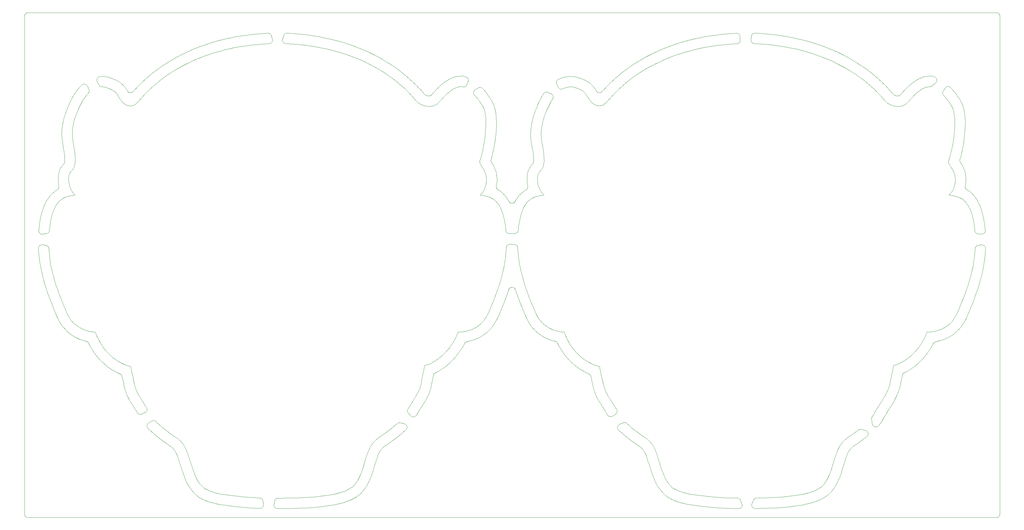
<source format=gko>
%MOIN*%
%OFA0B0*%
%FSLAX44Y44*%
%IPPOS*%
%LPD*%
%ADD10C,0*%
D10*
X00109842Y00000000D02*
X00109842Y00000000D01*
X00109853Y00000000D01*
X00109864Y00000000D01*
X00109876Y00000001D01*
X00109887Y00000002D01*
X00109898Y00000004D01*
X00109909Y00000005D01*
X00109920Y00000007D01*
X00109931Y00000010D01*
X00109942Y00000012D01*
X00109953Y00000015D01*
X00109964Y00000019D01*
X00109974Y00000022D01*
X00109985Y00000026D01*
X00109995Y00000031D01*
X00110006Y00000035D01*
X00110016Y00000040D01*
X00110026Y00000045D01*
X00110036Y00000050D01*
X00110045Y00000056D01*
X00110055Y00000062D01*
X00110064Y00000068D01*
X00110073Y00000075D01*
X00110082Y00000081D01*
X00110091Y00000088D01*
X00110100Y00000096D01*
X00110108Y00000103D01*
X00110116Y00000111D01*
X00110124Y00000119D01*
X00110132Y00000127D01*
X00110140Y00000135D01*
X00110147Y00000144D01*
X00110154Y00000153D01*
X00110161Y00000162D01*
X00110167Y00000171D01*
X00110173Y00000180D01*
X00110179Y00000190D01*
X00110185Y00000200D01*
X00110190Y00000209D01*
X00110195Y00000219D01*
X00110200Y00000230D01*
X00110205Y00000240D01*
X00110209Y00000250D01*
X00110213Y00000261D01*
X00110216Y00000272D01*
X00110220Y00000282D01*
X00110223Y00000293D01*
X00110225Y00000304D01*
X00110228Y00000315D01*
X00110230Y00000326D01*
X00110232Y00000337D01*
X00110233Y00000348D01*
X00110234Y00000360D01*
X00110235Y00000371D01*
X00110236Y00000382D01*
X00110236Y00000393D01*
X00110236Y00056692D01*
X00110236Y00056704D01*
X00110235Y00056715D01*
X00110234Y00056726D01*
X00110233Y00056737D01*
X00110232Y00056748D01*
X00110230Y00056760D01*
X00110228Y00056771D01*
X00110225Y00056782D01*
X00110223Y00056793D01*
X00110220Y00056803D01*
X00110216Y00056814D01*
X00110213Y00056825D01*
X00110209Y00056835D01*
X00110205Y00056846D01*
X00110200Y00056856D01*
X00110195Y00056866D01*
X00110190Y00056876D01*
X00110185Y00056886D01*
X00110179Y00056896D01*
X00110173Y00056905D01*
X00110167Y00056915D01*
X00110161Y00056924D01*
X00110154Y00056933D01*
X00110147Y00056942D01*
X00110140Y00056950D01*
X00110132Y00056959D01*
X00110124Y00056967D01*
X00110116Y00056975D01*
X00110108Y00056982D01*
X00110100Y00056990D01*
X00110091Y00056997D01*
X00110082Y00057004D01*
X00110073Y00057011D01*
X00110064Y00057017D01*
X00110055Y00057024D01*
X00110045Y00057030D01*
X00110036Y00057035D01*
X00110026Y00057041D01*
X00110016Y00057046D01*
X00110006Y00057051D01*
X00109995Y00057055D01*
X00109985Y00057059D01*
X00109974Y00057063D01*
X00109964Y00057067D01*
X00109953Y00057070D01*
X00109942Y00057073D01*
X00109931Y00057076D01*
X00109920Y00057078D01*
X00109909Y00057080D01*
X00109898Y00057082D01*
X00109887Y00057084D01*
X00109876Y00057085D01*
X00109864Y00057085D01*
X00109853Y00057086D01*
X00109842Y00057086D01*
X00000393Y00057086D01*
X00000382Y00057086D01*
X00000371Y00057085D01*
X00000360Y00057085D01*
X00000348Y00057084D01*
X00000337Y00057082D01*
X00000326Y00057080D01*
X00000315Y00057078D01*
X00000304Y00057076D01*
X00000293Y00057073D01*
X00000282Y00057070D01*
X00000272Y00057067D01*
X00000261Y00057063D01*
X00000250Y00057059D01*
X00000240Y00057055D01*
X00000230Y00057051D01*
X00000219Y00057046D01*
X00000209Y00057041D01*
X00000200Y00057035D01*
X00000190Y00057030D01*
X00000180Y00057024D01*
X00000171Y00057017D01*
X00000162Y00057011D01*
X00000153Y00057004D01*
X00000144Y00056997D01*
X00000135Y00056990D01*
X00000127Y00056982D01*
X00000119Y00056975D01*
X00000111Y00056967D01*
X00000103Y00056959D01*
X00000096Y00056950D01*
X00000088Y00056942D01*
X00000081Y00056933D01*
X00000075Y00056924D01*
X00000068Y00056915D01*
X00000062Y00056905D01*
X00000056Y00056896D01*
X00000050Y00056886D01*
X00000045Y00056876D01*
X00000040Y00056866D01*
X00000035Y00056856D01*
X00000031Y00056846D01*
X00000026Y00056835D01*
X00000022Y00056825D01*
X00000019Y00056814D01*
X00000015Y00056803D01*
X00000012Y00056793D01*
X00000010Y00056782D01*
X00000007Y00056771D01*
X00000005Y00056760D01*
X00000004Y00056748D01*
X00000002Y00056737D01*
X00000001Y00056726D01*
X00000000Y00056715D01*
X00000000Y00056704D01*
X00000000Y00056692D01*
X00000000Y00000393D01*
X00000000Y00000382D01*
X00000000Y00000371D01*
X00000001Y00000360D01*
X00000002Y00000348D01*
X00000004Y00000337D01*
X00000005Y00000326D01*
X00000007Y00000315D01*
X00000010Y00000304D01*
X00000012Y00000293D01*
X00000015Y00000282D01*
X00000019Y00000272D01*
X00000022Y00000261D01*
X00000026Y00000250D01*
X00000031Y00000240D01*
X00000035Y00000230D01*
X00000040Y00000219D01*
X00000045Y00000209D01*
X00000050Y00000200D01*
X00000056Y00000190D01*
X00000062Y00000180D01*
X00000068Y00000171D01*
X00000075Y00000162D01*
X00000081Y00000153D01*
X00000088Y00000144D01*
X00000096Y00000135D01*
X00000103Y00000127D01*
X00000111Y00000119D01*
X00000119Y00000111D01*
X00000127Y00000103D01*
X00000135Y00000096D01*
X00000144Y00000088D01*
X00000153Y00000081D01*
X00000162Y00000075D01*
X00000171Y00000068D01*
X00000180Y00000062D01*
X00000190Y00000056D01*
X00000200Y00000050D01*
X00000209Y00000045D01*
X00000219Y00000040D01*
X00000230Y00000035D01*
X00000240Y00000031D01*
X00000250Y00000026D01*
X00000261Y00000022D01*
X00000272Y00000019D01*
X00000282Y00000015D01*
X00000293Y00000012D01*
X00000304Y00000010D01*
X00000315Y00000007D01*
X00000326Y00000005D01*
X00000337Y00000004D01*
X00000348Y00000002D01*
X00000360Y00000001D01*
X00000371Y00000000D01*
X00000382Y00000000D01*
X00000393Y00000000D01*
X00109842Y00000000D01*
X00107441Y00030415D02*
X00107441Y00030415D01*
X00107444Y00030442D01*
X00107448Y00030469D01*
X00107455Y00030496D01*
X00107463Y00030522D01*
X00107473Y00030548D01*
X00107485Y00030573D01*
X00107499Y00030596D01*
X00107514Y00030619D01*
X00107530Y00030641D01*
X00107549Y00030662D01*
X00107568Y00030681D01*
X00107589Y00030699D01*
X00107611Y00030715D01*
X00107634Y00030730D01*
X00107658Y00030743D01*
X00107683Y00030754D01*
X00107709Y00030764D01*
X00107735Y00030772D01*
X00107762Y00030778D01*
X00107789Y00030782D01*
X00108186Y00030827D01*
X00108221Y00030830D01*
X00108255Y00030829D01*
X00108289Y00030826D01*
X00108323Y00030819D01*
X00108356Y00030810D01*
X00108388Y00030797D01*
X00108419Y00030782D01*
X00108449Y00030765D01*
X00108477Y00030744D01*
X00108502Y00030722D01*
X00108526Y00030697D01*
X00108548Y00030670D01*
X00108567Y00030642D01*
X00108584Y00030612D01*
X00108598Y00030580D01*
X00108609Y00030548D01*
X00108617Y00030514D01*
X00108623Y00030480D01*
X00108625Y00030446D01*
X00108624Y00030412D01*
X00108591Y00029883D01*
X00108591Y00029876D01*
X00108545Y00029414D01*
X00108544Y00029408D01*
X00108493Y00029006D01*
X00108492Y00029001D01*
X00108416Y00028514D01*
X00108415Y00028509D01*
X00108353Y00028170D01*
X00108352Y00028165D01*
X00108235Y00027610D01*
X00108234Y00027605D01*
X00108125Y00027155D01*
X00108124Y00027148D01*
X00107922Y00026416D01*
X00107920Y00026410D01*
X00107762Y00025903D01*
X00107761Y00025898D01*
X00107627Y00025500D01*
X00107626Y00025496D01*
X00107424Y00024932D01*
X00107423Y00024928D01*
X00107197Y00024339D01*
X00107196Y00024336D01*
X00107053Y00023980D01*
X00107052Y00023977D01*
X00106789Y00023343D01*
X00106787Y00023340D01*
X00106623Y00022952D01*
X00106622Y00022952D01*
X00106622Y00022951D01*
X00106464Y00022580D01*
X00106462Y00022574D01*
X00106333Y00022296D01*
X00106320Y00022271D01*
X00105794Y00021466D01*
X00105792Y00021464D01*
X00105792Y00021464D01*
X00105790Y00021462D01*
X00105369Y00021025D01*
X00105349Y00021007D01*
X00104892Y00020648D01*
X00104873Y00020634D01*
X00104465Y00020388D01*
X00104446Y00020378D01*
X00103979Y00020161D01*
X00103960Y00020154D01*
X00103504Y00019997D01*
X00103487Y00019992D01*
X00103073Y00019890D01*
X00103059Y00019887D01*
X00103001Y00019877D01*
X00102990Y00019875D01*
X00102979Y00019872D01*
X00102967Y00019869D01*
X00102957Y00019866D01*
X00102946Y00019863D01*
X00102935Y00019859D01*
X00102924Y00019855D01*
X00102914Y00019851D01*
X00102903Y00019846D01*
X00102893Y00019841D01*
X00102883Y00019836D01*
X00102873Y00019830D01*
X00102863Y00019825D01*
X00102853Y00019818D01*
X00102844Y00019812D01*
X00102835Y00019805D01*
X00102826Y00019799D01*
X00102817Y00019791D01*
X00102808Y00019784D01*
X00102800Y00019776D01*
X00102791Y00019768D01*
X00102784Y00019760D01*
X00102776Y00019752D01*
X00102768Y00019743D01*
X00102761Y00019734D01*
X00102754Y00019725D01*
X00102747Y00019716D01*
X00102741Y00019707D01*
X00102735Y00019697D01*
X00102729Y00019687D01*
X00102723Y00019678D01*
X00102486Y00019243D01*
X00102477Y00019228D01*
X00102018Y00018541D01*
X00102006Y00018525D01*
X00101497Y00017913D01*
X00101485Y00017900D01*
X00101078Y00017491D01*
X00101065Y00017480D01*
X00100567Y00017061D01*
X00100551Y00017049D01*
X00100030Y00016692D01*
X00100016Y00016683D01*
X00099673Y00016488D01*
X00099662Y00016483D01*
X00099416Y00016362D01*
X00099406Y00016357D01*
X00099396Y00016351D01*
X00099386Y00016346D01*
X00099377Y00016340D01*
X00099367Y00016333D01*
X00099358Y00016327D01*
X00099349Y00016320D01*
X00099340Y00016313D01*
X00099331Y00016305D01*
X00099323Y00016298D01*
X00099315Y00016290D01*
X00099307Y00016282D01*
X00099299Y00016274D01*
X00099291Y00016265D01*
X00099284Y00016256D01*
X00099277Y00016247D01*
X00099270Y00016238D01*
X00099264Y00016229D01*
X00099257Y00016219D01*
X00099251Y00016210D01*
X00099246Y00016200D01*
X00099240Y00016190D01*
X00099235Y00016180D01*
X00099230Y00016169D01*
X00099226Y00016159D01*
X00099222Y00016148D01*
X00099218Y00016138D01*
X00099214Y00016127D01*
X00099211Y00016116D01*
X00099208Y00016105D01*
X00099205Y00016094D01*
X00099203Y00016083D01*
X00099074Y00015411D01*
X00098979Y00014929D01*
X00098922Y00014641D01*
X00098916Y00014616D01*
X00098760Y00014156D01*
X00098754Y00014140D01*
X00098592Y00013774D01*
X00098588Y00013764D01*
X00098380Y00013357D01*
X00098376Y00013350D01*
X00098200Y00013040D01*
X00098196Y00013033D01*
X00097870Y00012509D01*
X00097867Y00012503D01*
X00097783Y00012379D01*
X00097775Y00012367D01*
X00097547Y00011999D01*
X00097394Y00011752D01*
X00097200Y00011440D01*
X00097199Y00011440D01*
X00097162Y00011379D01*
X00097143Y00011345D01*
X00096949Y00010952D01*
X00096948Y00010950D01*
X00096946Y00010947D01*
X00096574Y00010452D01*
X00096567Y00010444D01*
X00096516Y00010383D01*
X00096516Y00010383D01*
X00096485Y00010350D01*
X00096450Y00010321D01*
X00096412Y00010296D01*
X00096372Y00010276D01*
X00096330Y00010260D01*
X00096286Y00010250D01*
X00096241Y00010244D01*
X00096196Y00010244D01*
X00096151Y00010248D01*
X00096107Y00010258D01*
X00096064Y00010273D01*
X00096023Y00010293D01*
X00095985Y00010317D01*
X00095950Y00010345D01*
X00095918Y00010377D01*
X00095891Y00010413D01*
X00095867Y00010452D01*
X00095848Y00010493D01*
X00095834Y00010535D01*
X00095825Y00010580D01*
X00095746Y00011122D01*
X00095744Y00011137D01*
X00095742Y00011153D01*
X00095742Y00011168D01*
X00095741Y00011184D01*
X00095742Y00011200D01*
X00095743Y00011215D01*
X00095745Y00011231D01*
X00095747Y00011246D01*
X00095750Y00011261D01*
X00095754Y00011276D01*
X00095758Y00011291D01*
X00095762Y00011306D01*
X00095768Y00011321D01*
X00095774Y00011335D01*
X00095780Y00011349D01*
X00095787Y00011363D01*
X00095795Y00011377D01*
X00095803Y00011390D01*
X00095811Y00011403D01*
X00095821Y00011416D01*
X00095821Y00011416D01*
X00095938Y00011571D01*
X00096117Y00011936D01*
X00096196Y00012063D01*
X00096390Y00012375D01*
X00096543Y00012622D01*
X00096787Y00013014D01*
X00096876Y00013147D01*
X00097182Y00013639D01*
X00097338Y00013914D01*
X00097523Y00014276D01*
X00097655Y00014576D01*
X00097776Y00014933D01*
X00097821Y00015158D01*
X00097914Y00015636D01*
X00098101Y00016608D01*
X00098164Y00016949D01*
X00098202Y00017169D01*
X00098517Y00017268D01*
X00098887Y00017418D01*
X00099115Y00017530D01*
X00099397Y00017690D01*
X00099844Y00017996D01*
X00100272Y00018356D01*
X00100617Y00018702D01*
X00101064Y00019240D01*
X00101470Y00019848D01*
X00101705Y00020277D01*
X00101848Y00020586D01*
X00101993Y00020960D01*
X00102323Y00020972D01*
X00102580Y00021002D01*
X00102822Y00021044D01*
X00103161Y00021128D01*
X00103528Y00021254D01*
X00103900Y00021427D01*
X00104211Y00021614D01*
X00104566Y00021893D01*
X00104864Y00022203D01*
X00105291Y00022856D01*
X00105383Y00023055D01*
X00105535Y00023413D01*
X00105699Y00023799D01*
X00105959Y00024425D01*
X00106097Y00024769D01*
X00106316Y00025340D01*
X00106511Y00025884D01*
X00106637Y00026263D01*
X00106787Y00026745D01*
X00106981Y00027447D01*
X00107082Y00027868D01*
X00107194Y00028396D01*
X00107251Y00028709D01*
X00107323Y00029170D01*
X00107371Y00029544D01*
X00107414Y00029974D01*
X00107441Y00030415D01*
X00108581Y00032483D02*
X00108581Y00032483D01*
X00108583Y00032449D01*
X00108582Y00032416D01*
X00108578Y00032382D01*
X00108571Y00032349D01*
X00108561Y00032316D01*
X00108548Y00032284D01*
X00108533Y00032254D01*
X00108515Y00032225D01*
X00108495Y00032198D01*
X00108473Y00032172D01*
X00108448Y00032149D01*
X00108421Y00032128D01*
X00108393Y00032109D01*
X00108363Y00032092D01*
X00108332Y00032079D01*
X00108300Y00032068D01*
X00108267Y00032059D01*
X00108234Y00032054D01*
X00108200Y00032052D01*
X00108166Y00032052D01*
X00107768Y00032076D01*
X00107740Y00032078D01*
X00107713Y00032083D01*
X00107686Y00032090D01*
X00107659Y00032098D01*
X00107633Y00032108D01*
X00107608Y00032120D01*
X00107584Y00032134D01*
X00107561Y00032150D01*
X00107539Y00032167D01*
X00107518Y00032185D01*
X00107499Y00032205D01*
X00107481Y00032227D01*
X00107464Y00032249D01*
X00107450Y00032273D01*
X00107437Y00032297D01*
X00107426Y00032323D01*
X00107416Y00032349D01*
X00107409Y00032376D01*
X00107403Y00032403D01*
X00107399Y00032431D01*
X00107378Y00032651D01*
X00107334Y00033005D01*
X00107228Y00033642D01*
X00107144Y00034016D01*
X00107028Y00034425D01*
X00106875Y00034837D01*
X00106658Y00035268D01*
X00106435Y00035589D01*
X00106197Y00035838D01*
X00105995Y00035998D01*
X00105684Y00036173D01*
X00105376Y00036289D01*
X00104904Y00036398D01*
X00104633Y00036441D01*
X00104495Y00036462D01*
X00104658Y00036629D01*
X00104715Y00036700D01*
X00104866Y00036922D01*
X00105008Y00037200D01*
X00105151Y00037644D01*
X00105209Y00038031D01*
X00105217Y00038252D01*
X00105147Y00038784D01*
X00104977Y00039209D01*
X00104692Y00039658D01*
X00104571Y00039841D01*
X00104460Y00040067D01*
X00104434Y00040279D01*
X00104465Y00040404D01*
X00104553Y00040674D01*
X00104686Y00041171D01*
X00104757Y00041471D01*
X00104840Y00041854D01*
X00104937Y00042365D01*
X00104998Y00042742D01*
X00105051Y00043122D01*
X00105114Y00043733D01*
X00105146Y00044334D01*
X00105148Y00044696D01*
X00105131Y00045109D01*
X00105086Y00045551D01*
X00105004Y00045985D01*
X00104900Y00046267D01*
X00104766Y00046530D01*
X00104598Y00046810D01*
X00104449Y00047032D01*
X00104227Y00047332D01*
X00104001Y00047606D01*
X00103877Y00047737D01*
X00103877Y00047737D01*
X00103859Y00047757D01*
X00103843Y00047778D01*
X00103828Y00047801D01*
X00103814Y00047824D01*
X00103803Y00047848D01*
X00103793Y00047872D01*
X00103784Y00047898D01*
X00103778Y00047924D01*
X00103773Y00047950D01*
X00103770Y00047976D01*
X00103768Y00048003D01*
X00103769Y00048030D01*
X00103771Y00048056D01*
X00103776Y00048083D01*
X00103781Y00048109D01*
X00103789Y00048134D01*
X00103799Y00048159D01*
X00103810Y00048183D01*
X00103822Y00048207D01*
X00103836Y00048230D01*
X00104063Y00048563D01*
X00104084Y00048591D01*
X00104107Y00048617D01*
X00104133Y00048641D01*
X00104161Y00048663D01*
X00104190Y00048682D01*
X00104221Y00048698D01*
X00104254Y00048712D01*
X00104287Y00048722D01*
X00104322Y00048730D01*
X00104357Y00048734D01*
X00104392Y00048735D01*
X00104427Y00048733D01*
X00104462Y00048729D01*
X00104496Y00048720D01*
X00104529Y00048709D01*
X00104561Y00048695D01*
X00104592Y00048679D01*
X00104622Y00048659D01*
X00104649Y00048637D01*
X00104674Y00048613D01*
X00104881Y00048394D01*
X00104890Y00048384D01*
X00105155Y00048064D01*
X00105161Y00048056D01*
X00105412Y00047716D01*
X00105418Y00047708D01*
X00105593Y00047447D01*
X00105598Y00047438D01*
X00105796Y00047109D01*
X00105803Y00047097D01*
X00105979Y00046751D01*
X00105989Y00046729D01*
X00106141Y00046315D01*
X00106149Y00046284D01*
X00106254Y00045730D01*
X00106256Y00045714D01*
X00106309Y00045200D01*
X00106310Y00045188D01*
X00106329Y00044721D01*
X00106329Y00044712D01*
X00106327Y00044304D01*
X00106327Y00044295D01*
X00106292Y00043646D01*
X00106291Y00043636D01*
X00106224Y00042984D01*
X00106223Y00042977D01*
X00106167Y00042568D01*
X00106166Y00042564D01*
X00106101Y00042162D01*
X00106100Y00042157D01*
X00105998Y00041622D01*
X00105997Y00041617D01*
X00105910Y00041211D01*
X00105909Y00041208D01*
X00105832Y00040884D01*
X00105831Y00040879D01*
X00105723Y00040476D01*
X00105720Y00040465D01*
X00105717Y00040454D01*
X00105715Y00040443D01*
X00105713Y00040432D01*
X00105712Y00040421D01*
X00105711Y00040410D01*
X00105710Y00040399D01*
X00105709Y00040388D01*
X00105709Y00040376D01*
X00105709Y00040365D01*
X00105710Y00040354D01*
X00105710Y00040343D01*
X00105711Y00040332D01*
X00105713Y00040321D01*
X00105715Y00040309D01*
X00105717Y00040298D01*
X00105719Y00040287D01*
X00105722Y00040276D01*
X00105724Y00040266D01*
X00105728Y00040255D01*
X00105731Y00040244D01*
X00105735Y00040234D01*
X00105739Y00040223D01*
X00105744Y00040213D01*
X00105748Y00040203D01*
X00105754Y00040193D01*
X00105759Y00040183D01*
X00105764Y00040173D01*
X00105770Y00040164D01*
X00106031Y00039752D01*
X00106032Y00039750D01*
X00106034Y00039747D01*
X00106298Y00039089D01*
X00106299Y00039086D01*
X00106299Y00039086D01*
X00106299Y00039086D01*
X00106299Y00039083D01*
X00106399Y00038324D01*
X00106401Y00038291D01*
X00106387Y00037933D01*
X00106385Y00037911D01*
X00106318Y00037461D01*
X00106317Y00037450D01*
X00106316Y00037439D01*
X00106315Y00037428D01*
X00106314Y00037416D01*
X00106314Y00037405D01*
X00106314Y00037394D01*
X00106315Y00037382D01*
X00106316Y00037371D01*
X00106317Y00037360D01*
X00106318Y00037349D01*
X00106320Y00037338D01*
X00106322Y00037327D01*
X00106324Y00037315D01*
X00106327Y00037305D01*
X00106330Y00037294D01*
X00106333Y00037283D01*
X00106337Y00037272D01*
X00106341Y00037262D01*
X00106345Y00037251D01*
X00106349Y00037241D01*
X00106354Y00037231D01*
X00106359Y00037221D01*
X00106365Y00037211D01*
X00106370Y00037201D01*
X00106376Y00037191D01*
X00106382Y00037182D01*
X00106389Y00037173D01*
X00106396Y00037164D01*
X00106403Y00037155D01*
X00106410Y00037146D01*
X00106417Y00037138D01*
X00106425Y00037129D01*
X00106433Y00037121D01*
X00106441Y00037114D01*
X00106450Y00037106D01*
X00106458Y00037099D01*
X00106467Y00037092D01*
X00106476Y00037085D01*
X00106485Y00037079D01*
X00106495Y00037072D01*
X00106504Y00037066D01*
X00106514Y00037061D01*
X00106641Y00036989D01*
X00106666Y00036972D01*
X00106983Y00036723D01*
X00107004Y00036704D01*
X00107342Y00036349D01*
X00107361Y00036326D01*
X00107667Y00035886D01*
X00107681Y00035862D01*
X00107955Y00035319D01*
X00107964Y00035299D01*
X00108148Y00034800D01*
X00108153Y00034785D01*
X00108287Y00034313D01*
X00108290Y00034302D01*
X00108386Y00033874D01*
X00108388Y00033863D01*
X00108503Y00033178D01*
X00108504Y00033170D01*
X00108552Y00032783D01*
X00108552Y00032778D01*
X00108581Y00032483D01*
X00001576Y00030433D02*
X00001576Y00030433D01*
X00001575Y00030468D01*
X00001579Y00030504D01*
X00001585Y00030538D01*
X00001594Y00030573D01*
X00001607Y00030606D01*
X00001622Y00030638D01*
X00001640Y00030668D01*
X00001661Y00030697D01*
X00001684Y00030723D01*
X00001710Y00030748D01*
X00001738Y00030770D01*
X00001767Y00030789D01*
X00001799Y00030806D01*
X00001831Y00030820D01*
X00001865Y00030831D01*
X00001899Y00030839D01*
X00001935Y00030843D01*
X00001970Y00030845D01*
X00002005Y00030843D01*
X00002040Y00030838D01*
X00002438Y00030765D01*
X00002464Y00030759D01*
X00002489Y00030752D01*
X00002514Y00030743D01*
X00002538Y00030732D01*
X00002561Y00030720D01*
X00002584Y00030706D01*
X00002605Y00030690D01*
X00002626Y00030674D01*
X00002645Y00030656D01*
X00002663Y00030636D01*
X00002680Y00030616D01*
X00002695Y00030594D01*
X00002709Y00030572D01*
X00002721Y00030548D01*
X00002732Y00030524D01*
X00002741Y00030499D01*
X00002748Y00030474D01*
X00002754Y00030448D01*
X00002758Y00030422D01*
X00002760Y00030396D01*
X00002766Y00030259D01*
X00002889Y00029093D01*
X00002960Y00028649D01*
X00003181Y00027602D01*
X00003303Y00027133D01*
X00003414Y00026742D01*
X00003554Y00026292D01*
X00003698Y00025861D01*
X00003884Y00025342D01*
X00004097Y00024788D01*
X00004195Y00024541D01*
X00004297Y00024291D01*
X00004443Y00023939D01*
X00004572Y00023633D01*
X00004678Y00023384D01*
X00004818Y00023055D01*
X00005032Y00022632D01*
X00005255Y00022307D01*
X00005538Y00021989D01*
X00005798Y00021761D01*
X00006028Y00021595D01*
X00006362Y00021400D01*
X00006690Y00021251D01*
X00007102Y00021112D01*
X00007428Y00021034D01*
X00007723Y00020986D01*
X00007858Y00020971D01*
X00008015Y00020960D01*
X00008083Y00020767D01*
X00008154Y00020586D01*
X00008252Y00020359D01*
X00008430Y00019994D01*
X00008562Y00019755D01*
X00008700Y00019527D01*
X00008855Y00019297D01*
X00009015Y00019076D01*
X00009204Y00018845D01*
X00009397Y00018633D01*
X00009604Y00018427D01*
X00009734Y00018307D01*
X00009954Y00018113D01*
X00010266Y00017870D01*
X00010578Y00017665D01*
X00010699Y00017595D01*
X00010942Y00017475D01*
X00011088Y00017395D01*
X00011335Y00017284D01*
X00011640Y00017173D01*
X00012010Y00017070D01*
X00012032Y00016919D01*
X00012110Y00016471D01*
X00012168Y00016202D01*
X00012266Y00015863D01*
X00012293Y00015679D01*
X00012403Y00015127D01*
X00012517Y00014710D01*
X00012706Y00014206D01*
X00012869Y00013902D01*
X00012961Y00013753D01*
X00013287Y00013230D01*
X00013506Y00012880D01*
X00013756Y00012482D01*
X00013784Y00012437D01*
X00013801Y00012408D01*
X00013815Y00012377D01*
X00013826Y00012345D01*
X00013835Y00012313D01*
X00013841Y00012280D01*
X00013844Y00012246D01*
X00013845Y00012212D01*
X00013842Y00012178D01*
X00013836Y00012145D01*
X00013828Y00012112D01*
X00013817Y00012080D01*
X00013803Y00012049D01*
X00013786Y00012020D01*
X00013767Y00011992D01*
X00013746Y00011966D01*
X00013722Y00011941D01*
X00013697Y00011919D01*
X00013670Y00011899D01*
X00013641Y00011881D01*
X00013610Y00011866D01*
X00013246Y00011705D01*
X00013220Y00011695D01*
X00013194Y00011686D01*
X00013166Y00011680D01*
X00013139Y00011675D01*
X00013111Y00011673D01*
X00013083Y00011672D01*
X00013055Y00011673D01*
X00013027Y00011676D01*
X00012999Y00011682D01*
X00012972Y00011689D01*
X00012945Y00011698D01*
X00012920Y00011709D01*
X00012895Y00011722D01*
X00012871Y00011737D01*
X00012848Y00011753D01*
X00012826Y00011771D01*
X00012806Y00011790D01*
X00012787Y00011811D01*
X00012769Y00011833D01*
X00012754Y00011856D01*
X00012505Y00012253D01*
X00012504Y00012253D01*
X00012285Y00012605D01*
X00011958Y00013130D01*
X00011849Y00013306D01*
X00011843Y00013316D01*
X00011634Y00013706D01*
X00011623Y00013729D01*
X00011395Y00014338D01*
X00011389Y00014356D01*
X00011255Y00014849D01*
X00011252Y00014862D01*
X00011130Y00015472D01*
X00011128Y00015481D01*
X00011113Y00015586D01*
X00011102Y00015638D01*
X00011024Y00015906D01*
X00011021Y00015919D01*
X00011012Y00015958D01*
X00011010Y00015969D01*
X00011007Y00015980D01*
X00011004Y00015991D01*
X00011001Y00016001D01*
X00010997Y00016012D01*
X00010993Y00016022D01*
X00010988Y00016033D01*
X00010984Y00016043D01*
X00010979Y00016053D01*
X00010974Y00016063D01*
X00010968Y00016072D01*
X00010963Y00016082D01*
X00010957Y00016091D01*
X00010950Y00016101D01*
X00010944Y00016110D01*
X00010937Y00016119D01*
X00010930Y00016127D01*
X00010923Y00016136D01*
X00010915Y00016144D01*
X00010908Y00016152D01*
X00010900Y00016160D01*
X00010891Y00016167D01*
X00010883Y00016175D01*
X00010874Y00016182D01*
X00010866Y00016189D01*
X00010857Y00016195D01*
X00010847Y00016202D01*
X00010838Y00016208D01*
X00010829Y00016214D01*
X00010819Y00016219D01*
X00010809Y00016225D01*
X00010799Y00016230D01*
X00010789Y00016234D01*
X00010568Y00016334D01*
X00010554Y00016341D01*
X00010404Y00016423D01*
X00010389Y00016431D01*
X00010148Y00016550D01*
X00010137Y00016556D01*
X00009963Y00016656D01*
X00009952Y00016662D01*
X00009584Y00016905D01*
X00009572Y00016914D01*
X00009205Y00017199D01*
X00009195Y00017207D01*
X00008944Y00017429D01*
X00008942Y00017431D01*
X00008790Y00017571D01*
X00008784Y00017577D01*
X00008546Y00017814D01*
X00008539Y00017821D01*
X00008313Y00018070D01*
X00008307Y00018077D01*
X00008083Y00018350D01*
X00008076Y00018359D01*
X00007888Y00018618D01*
X00007884Y00018624D01*
X00007707Y00018887D01*
X00007702Y00018895D01*
X00007541Y00019159D01*
X00007537Y00019167D01*
X00007383Y00019446D01*
X00007379Y00019454D01*
X00007252Y00019714D01*
X00007247Y00019724D01*
X00007242Y00019734D01*
X00007236Y00019743D01*
X00007230Y00019753D01*
X00007224Y00019762D01*
X00007218Y00019771D01*
X00007211Y00019780D01*
X00007204Y00019789D01*
X00007197Y00019798D01*
X00007190Y00019806D01*
X00007182Y00019814D01*
X00007174Y00019822D01*
X00007166Y00019830D01*
X00007158Y00019837D01*
X00007149Y00019845D01*
X00007140Y00019852D01*
X00007131Y00019859D01*
X00007122Y00019865D01*
X00007113Y00019871D01*
X00007104Y00019877D01*
X00007094Y00019883D01*
X00007084Y00019888D01*
X00007074Y00019893D01*
X00007064Y00019898D01*
X00007054Y00019903D01*
X00007043Y00019907D01*
X00007033Y00019911D01*
X00007022Y00019915D01*
X00007012Y00019918D01*
X00007001Y00019921D01*
X00006990Y00019924D01*
X00006784Y00019973D01*
X00006766Y00019978D01*
X00006265Y00020148D01*
X00006247Y00020155D01*
X00005828Y00020345D01*
X00005810Y00020354D01*
X00005391Y00020599D01*
X00005375Y00020609D01*
X00005068Y00020831D01*
X00005053Y00020843D01*
X00004714Y00021142D01*
X00004697Y00021159D01*
X00004331Y00021568D01*
X00004316Y00021588D01*
X00004021Y00022019D01*
X00004008Y00022041D01*
X00003750Y00022551D01*
X00003744Y00022563D01*
X00003591Y00022922D01*
X00003485Y00023172D01*
X00003485Y00023172D01*
X00003484Y00023173D01*
X00003354Y00023482D01*
X00003353Y00023484D01*
X00003205Y00023841D01*
X00003204Y00023842D01*
X00003099Y00024100D01*
X00003099Y00024100D01*
X00002997Y00024356D01*
X00002996Y00024359D01*
X00002777Y00024930D01*
X00002776Y00024934D01*
X00002583Y00025472D01*
X00002581Y00025476D01*
X00002430Y00025928D01*
X00002429Y00025931D01*
X00002283Y00026403D01*
X00002282Y00026407D01*
X00002164Y00026820D01*
X00002163Y00026824D01*
X00002032Y00027327D01*
X00002030Y00027336D01*
X00001800Y00028428D01*
X00001798Y00028438D01*
X00001718Y00028932D01*
X00001717Y00028943D01*
X00001588Y00030164D01*
X00001587Y00030175D01*
X00001576Y00030433D01*
X00002803Y00032451D02*
X00002803Y00032451D01*
X00002803Y00032451D01*
X00002799Y00032425D01*
X00002794Y00032400D01*
X00002788Y00032374D01*
X00002779Y00032350D01*
X00002769Y00032325D01*
X00002758Y00032302D01*
X00002745Y00032279D01*
X00002730Y00032258D01*
X00002714Y00032237D01*
X00002697Y00032218D01*
X00002679Y00032199D01*
X00002659Y00032182D01*
X00002638Y00032166D01*
X00002616Y00032152D01*
X00002594Y00032139D01*
X00002570Y00032128D01*
X00002546Y00032118D01*
X00002521Y00032110D01*
X00002496Y00032103D01*
X00002470Y00032099D01*
X00002069Y00032038D01*
X00002033Y00032034D01*
X00001998Y00032033D01*
X00001962Y00032036D01*
X00001927Y00032042D01*
X00001892Y00032051D01*
X00001859Y00032063D01*
X00001826Y00032078D01*
X00001796Y00032096D01*
X00001766Y00032117D01*
X00001739Y00032140D01*
X00001715Y00032166D01*
X00001692Y00032194D01*
X00001672Y00032224D01*
X00001655Y00032255D01*
X00001641Y00032288D01*
X00001630Y00032322D01*
X00001622Y00032357D01*
X00001617Y00032392D01*
X00001616Y00032428D01*
X00001618Y00032464D01*
X00001618Y00032464D01*
X00001636Y00032660D01*
X00001637Y00032665D01*
X00001690Y00033120D01*
X00001691Y00033127D01*
X00001750Y00033522D01*
X00001752Y00033531D01*
X00001884Y00034193D01*
X00001887Y00034204D01*
X00001981Y00034564D01*
X00001984Y00034574D01*
X00002103Y00034950D01*
X00002109Y00034966D01*
X00002347Y00035540D01*
X00002357Y00035560D01*
X00002563Y00035933D01*
X00002576Y00035954D01*
X00002895Y00036391D01*
X00002912Y00036411D01*
X00003130Y00036640D01*
X00003144Y00036653D01*
X00003375Y00036854D01*
X00003396Y00036870D01*
X00003710Y00037077D01*
X00003720Y00037083D01*
X00003729Y00037090D01*
X00003738Y00037097D01*
X00003747Y00037104D01*
X00003755Y00037111D01*
X00003764Y00037119D01*
X00003772Y00037127D01*
X00003780Y00037135D01*
X00003787Y00037143D01*
X00003795Y00037152D01*
X00003802Y00037161D01*
X00003809Y00037170D01*
X00003816Y00037179D01*
X00003822Y00037188D01*
X00003828Y00037198D01*
X00003834Y00037207D01*
X00003840Y00037217D01*
X00003845Y00037227D01*
X00003850Y00037237D01*
X00003855Y00037248D01*
X00003859Y00037258D01*
X00003863Y00037269D01*
X00003867Y00037279D01*
X00003870Y00037290D01*
X00003873Y00037301D01*
X00003876Y00037312D01*
X00003879Y00037323D01*
X00003881Y00037334D01*
X00003883Y00037345D01*
X00003885Y00037356D01*
X00003886Y00037368D01*
X00003887Y00037379D01*
X00003887Y00037390D01*
X00003888Y00037402D01*
X00003888Y00037413D01*
X00003887Y00037424D01*
X00003887Y00037436D01*
X00003886Y00037447D01*
X00003884Y00037458D01*
X00003883Y00037469D01*
X00003881Y00037480D01*
X00003838Y00037703D01*
X00003835Y00037727D01*
X00003802Y00038217D01*
X00003802Y00038234D01*
X00003806Y00038444D01*
X00003808Y00038464D01*
X00003865Y00038927D01*
X00003865Y00038930D01*
X00003865Y00038930D01*
X00003866Y00038933D01*
X00004018Y00039392D01*
X00004019Y00039395D01*
X00004019Y00039395D01*
X00004020Y00039397D01*
X00004258Y00039781D01*
X00004276Y00039806D01*
X00004450Y00040009D01*
X00004458Y00040018D01*
X00004465Y00040027D01*
X00004471Y00040036D01*
X00004478Y00040045D01*
X00004484Y00040055D01*
X00004490Y00040065D01*
X00004496Y00040075D01*
X00004501Y00040085D01*
X00004506Y00040095D01*
X00004511Y00040105D01*
X00004516Y00040116D01*
X00004520Y00040127D01*
X00004524Y00040137D01*
X00004527Y00040148D01*
X00004531Y00040159D01*
X00004534Y00040170D01*
X00004536Y00040181D01*
X00004538Y00040193D01*
X00004540Y00040204D01*
X00004542Y00040215D01*
X00004543Y00040221D01*
X00004545Y00040251D01*
X00004554Y00040420D01*
X00004554Y00040442D01*
X00004554Y00040552D01*
X00004554Y00040568D01*
X00004545Y00040765D01*
X00004544Y00040782D01*
X00004526Y00040989D01*
X00004523Y00041008D01*
X00004478Y00041339D01*
X00004475Y00041353D01*
X00004423Y00041650D01*
X00004422Y00041653D01*
X00004330Y00042158D01*
X00004329Y00042165D01*
X00004262Y00042614D01*
X00004261Y00042624D01*
X00004231Y00042936D01*
X00004230Y00042945D01*
X00004216Y00043254D01*
X00004216Y00043265D01*
X00004219Y00043602D01*
X00004219Y00043615D01*
X00004248Y00044003D01*
X00004249Y00044016D01*
X00004306Y00044427D01*
X00004308Y00044439D01*
X00004389Y00044837D01*
X00004392Y00044847D01*
X00004487Y00045218D01*
X00004490Y00045226D01*
X00004600Y00045587D01*
X00004602Y00045594D01*
X00004718Y00045930D01*
X00004721Y00045937D01*
X00004903Y00046408D01*
X00004905Y00046413D01*
X00004996Y00046628D01*
X00004998Y00046632D01*
X00005146Y00046961D01*
X00005151Y00046970D01*
X00005446Y00047542D01*
X00005452Y00047553D01*
X00005659Y00047898D01*
X00005665Y00047907D01*
X00005872Y00048213D01*
X00005881Y00048224D01*
X00006189Y00048613D01*
X00006203Y00048628D01*
X00006465Y00048896D01*
X00006465Y00048896D01*
X00006493Y00048922D01*
X00006522Y00048944D01*
X00006554Y00048964D01*
X00006588Y00048981D01*
X00006623Y00048995D01*
X00006659Y00049005D01*
X00006696Y00049011D01*
X00006734Y00049014D01*
X00006771Y00049014D01*
X00006809Y00049010D01*
X00006845Y00049002D01*
X00006881Y00048991D01*
X00006916Y00048976D01*
X00006949Y00048958D01*
X00006980Y00048938D01*
X00007009Y00048914D01*
X00007036Y00048887D01*
X00007060Y00048859D01*
X00007082Y00048828D01*
X00007100Y00048795D01*
X00007284Y00048420D01*
X00007294Y00048398D01*
X00007303Y00048375D01*
X00007310Y00048352D01*
X00007316Y00048329D01*
X00007320Y00048305D01*
X00007323Y00048281D01*
X00007325Y00048257D01*
X00007324Y00048232D01*
X00007323Y00048208D01*
X00007320Y00048184D01*
X00007315Y00048160D01*
X00007309Y00048137D01*
X00007302Y00048114D01*
X00007293Y00048091D01*
X00007283Y00048069D01*
X00007271Y00048048D01*
X00007258Y00048027D01*
X00007244Y00048008D01*
X00007229Y00047989D01*
X00007213Y00047971D01*
X00007213Y00047971D01*
X00007083Y00047838D01*
X00006829Y00047519D01*
X00006657Y00047266D01*
X00006481Y00046972D01*
X00006212Y00046451D01*
X00006079Y00046157D01*
X00005999Y00045967D01*
X00005828Y00045527D01*
X00005724Y00045225D01*
X00005626Y00044902D01*
X00005542Y00044577D01*
X00005472Y00044233D01*
X00005423Y00043885D01*
X00005400Y00043560D01*
X00005397Y00043281D01*
X00005409Y00043024D01*
X00005434Y00042762D01*
X00005495Y00042355D01*
X00005585Y00041861D01*
X00005644Y00041529D01*
X00005699Y00041132D01*
X00005724Y00040851D01*
X00005735Y00040588D01*
X00005736Y00040404D01*
X00005722Y00040131D01*
X00005701Y00039969D01*
X00005660Y00039783D01*
X00005585Y00039580D01*
X00005481Y00039405D01*
X00005366Y00039263D01*
X00005222Y00039094D01*
X00005096Y00038892D01*
X00005023Y00038670D01*
X00004986Y00038369D01*
X00004983Y00038252D01*
X00005009Y00037866D01*
X00005064Y00037582D01*
X00005141Y00037330D01*
X00005271Y00037035D01*
X00005375Y00036857D01*
X00005542Y00036630D01*
X00005706Y00036462D01*
X00005171Y00036375D01*
X00004852Y00036297D01*
X00004640Y00036225D01*
X00004387Y00036109D01*
X00004100Y00035920D01*
X00003953Y00035792D01*
X00003812Y00035643D01*
X00003567Y00035308D01*
X00003417Y00035037D01*
X00003216Y00034552D01*
X00003117Y00034241D01*
X00003037Y00033933D01*
X00002915Y00033323D01*
X00002861Y00032967D01*
X00002811Y00032538D01*
X00002803Y00032451D01*
X00082585Y00001013D02*
X00082585Y00001013D01*
X00082547Y00001015D01*
X00082508Y00001020D01*
X00082471Y00001029D01*
X00082434Y00001042D01*
X00082399Y00001058D01*
X00082366Y00001077D01*
X00082334Y00001100D01*
X00082305Y00001126D01*
X00082279Y00001154D01*
X00082256Y00001185D01*
X00082236Y00001218D01*
X00082219Y00001253D01*
X00082205Y00001289D01*
X00082196Y00001326D01*
X00082189Y00001364D01*
X00082187Y00001403D01*
X00082189Y00001442D01*
X00082194Y00001480D01*
X00082203Y00001518D01*
X00082216Y00001554D01*
X00082376Y00001951D01*
X00082385Y00001972D01*
X00082395Y00001993D01*
X00082407Y00002012D01*
X00082420Y00002031D01*
X00082433Y00002050D01*
X00082448Y00002067D01*
X00082464Y00002084D01*
X00082481Y00002100D01*
X00082499Y00002114D01*
X00082517Y00002128D01*
X00082536Y00002140D01*
X00082556Y00002152D01*
X00082577Y00002162D01*
X00082598Y00002171D01*
X00082620Y00002178D01*
X00082642Y00002185D01*
X00082664Y00002190D01*
X00082687Y00002194D01*
X00082709Y00002196D01*
X00082732Y00002197D01*
X00083532Y00002215D01*
X00084254Y00002241D01*
X00084810Y00002268D01*
X00085630Y00002322D01*
X00086391Y00002393D01*
X00086946Y00002463D01*
X00087443Y00002527D01*
X00087904Y00002610D01*
X00088571Y00002773D01*
X00089282Y00003022D01*
X00089876Y00003334D01*
X00090121Y00003514D01*
X00090318Y00003703D01*
X00090517Y00003980D01*
X00090665Y00004233D01*
X00090816Y00004514D01*
X00090967Y00004826D01*
X00091071Y00005068D01*
X00091181Y00005373D01*
X00091255Y00005647D01*
X00091410Y00006161D01*
X00091515Y00006495D01*
X00091650Y00006912D01*
X00091774Y00007274D01*
X00091887Y00007582D01*
X00092068Y00007958D01*
X00092237Y00008226D01*
X00092475Y00008532D01*
X00092685Y00008753D01*
X00092908Y00008950D01*
X00093271Y00009207D01*
X00093452Y00009311D01*
X00093812Y00009573D01*
X00094038Y00009743D01*
X00094240Y00009898D01*
X00094254Y00009909D01*
X00094268Y00009918D01*
X00094283Y00009928D01*
X00094299Y00009936D01*
X00094315Y00009944D01*
X00094331Y00009951D01*
X00094347Y00009957D01*
X00094364Y00009963D01*
X00094381Y00009967D01*
X00094398Y00009972D01*
X00094415Y00009975D01*
X00094433Y00009977D01*
X00094450Y00009979D01*
X00094468Y00009980D01*
X00094485Y00009980D01*
X00094503Y00009980D01*
X00094520Y00009978D01*
X00094538Y00009976D01*
X00094555Y00009973D01*
X00094572Y00009969D01*
X00095059Y00009852D01*
X00095101Y00009839D01*
X00095141Y00009822D01*
X00095179Y00009800D01*
X00095214Y00009775D01*
X00095247Y00009746D01*
X00095276Y00009713D01*
X00095301Y00009677D01*
X00095322Y00009639D01*
X00095338Y00009598D01*
X00095350Y00009556D01*
X00095358Y00009513D01*
X00095360Y00009470D01*
X00095358Y00009426D01*
X00095351Y00009383D01*
X00095339Y00009341D01*
X00095322Y00009301D01*
X00095301Y00009262D01*
X00095276Y00009226D01*
X00095248Y00009193D01*
X00095215Y00009164D01*
X00095112Y00009080D01*
X00095108Y00009077D01*
X00094754Y00008803D01*
X00094752Y00008802D01*
X00094515Y00008624D01*
X00094513Y00008623D01*
X00094104Y00008324D01*
X00094086Y00008312D01*
X00093923Y00008219D01*
X00093891Y00008199D01*
X00093660Y00008036D01*
X00093626Y00008009D01*
X00093519Y00007914D01*
X00093494Y00007890D01*
X00093385Y00007775D01*
X00093360Y00007746D01*
X00093216Y00007562D01*
X00093194Y00007530D01*
X00093116Y00007406D01*
X00093093Y00007366D01*
X00092985Y00007139D01*
X00092970Y00007105D01*
X00092889Y00006883D01*
X00092886Y00006875D01*
X00092772Y00006542D01*
X00092770Y00006536D01*
X00092641Y00006138D01*
X00092640Y00006134D01*
X00092540Y00005815D01*
X00092539Y00005811D01*
X00092392Y00005328D01*
X00092389Y00005316D01*
X00092310Y00005025D01*
X00092305Y00005009D01*
X00092172Y00004640D01*
X00092167Y00004629D01*
X00092044Y00004340D01*
X00092040Y00004332D01*
X00091870Y00003981D01*
X00091867Y00003974D01*
X00091698Y00003658D01*
X00091694Y00003652D01*
X00091513Y00003343D01*
X00091503Y00003327D01*
X00091215Y00002927D01*
X00091213Y00002925D01*
X00091213Y00002925D01*
X00091211Y00002923D01*
X00090892Y00002618D01*
X00090873Y00002601D01*
X00090516Y00002338D01*
X00090491Y00002322D01*
X00089766Y00001943D01*
X00089740Y00001932D01*
X00088917Y00001643D01*
X00088898Y00001637D01*
X00088156Y00001456D01*
X00088144Y00001453D01*
X00087628Y00001360D01*
X00087618Y00001358D01*
X00087095Y00001291D01*
X00086522Y00001219D01*
X00086515Y00001219D01*
X00085727Y00001145D01*
X00085721Y00001145D01*
X00084879Y00001089D01*
X00084876Y00001089D01*
X00084305Y00001061D01*
X00084303Y00001061D01*
X00083567Y00001034D01*
X00083564Y00001034D01*
X00082620Y00001014D01*
X00082617Y00001014D01*
X00082585Y00001013D01*
X00080561Y00002194D02*
X00080561Y00002194D01*
X00080584Y00002193D01*
X00080607Y00002191D01*
X00080629Y00002187D01*
X00080652Y00002182D01*
X00080674Y00002176D01*
X00080696Y00002168D01*
X00080717Y00002159D01*
X00080737Y00002149D01*
X00080757Y00002138D01*
X00080777Y00002126D01*
X00080795Y00002112D01*
X00080813Y00002098D01*
X00080830Y00002082D01*
X00080846Y00002066D01*
X00080861Y00002048D01*
X00080875Y00002030D01*
X00080888Y00002011D01*
X00080900Y00001991D01*
X00080910Y00001971D01*
X00080919Y00001950D01*
X00081081Y00001553D01*
X00081094Y00001517D01*
X00081103Y00001479D01*
X00081109Y00001441D01*
X00081111Y00001402D01*
X00081108Y00001363D01*
X00081102Y00001325D01*
X00081093Y00001287D01*
X00081079Y00001251D01*
X00081062Y00001216D01*
X00081042Y00001183D01*
X00081019Y00001152D01*
X00080992Y00001123D01*
X00080963Y00001097D01*
X00080932Y00001075D01*
X00080898Y00001055D01*
X00080863Y00001039D01*
X00080826Y00001026D01*
X00080788Y00001017D01*
X00080750Y00001012D01*
X00080711Y00001011D01*
X00080261Y00001017D01*
X00080259Y00001017D01*
X00079473Y00001034D01*
X00079466Y00001034D01*
X00078481Y00001088D01*
X00078475Y00001089D01*
X00077512Y00001168D01*
X00077508Y00001168D01*
X00076692Y00001252D01*
X00076688Y00001253D01*
X00076029Y00001331D01*
X00076027Y00001331D01*
X00075563Y00001391D01*
X00075560Y00001392D01*
X00075010Y00001470D01*
X00074998Y00001472D01*
X00074589Y00001556D01*
X00074579Y00001558D01*
X00074189Y00001659D01*
X00074177Y00001663D01*
X00073717Y00001813D01*
X00073707Y00001817D01*
X00073495Y00001899D01*
X00073484Y00001904D01*
X00073116Y00002071D01*
X00073101Y00002079D01*
X00072752Y00002277D01*
X00072735Y00002288D01*
X00072476Y00002473D01*
X00072452Y00002493D01*
X00072185Y00002756D01*
X00072176Y00002765D01*
X00071906Y00003068D01*
X00071895Y00003082D01*
X00071599Y00003481D01*
X00071589Y00003497D01*
X00071375Y00003855D01*
X00071363Y00003877D01*
X00071174Y00004312D01*
X00071172Y00004318D01*
X00071055Y00004613D01*
X00071053Y00004620D01*
X00070875Y00005130D01*
X00070874Y00005133D01*
X00070739Y00005537D01*
X00070739Y00005538D01*
X00070672Y00005740D01*
X00070598Y00005968D01*
X00070598Y00005968D01*
X00070519Y00006213D01*
X00070519Y00006214D01*
X00070425Y00006506D01*
X00070304Y00006888D01*
X00070304Y00006889D01*
X00070279Y00006970D01*
X00070265Y00007007D01*
X00070173Y00007222D01*
X00070146Y00007273D01*
X00069949Y00007594D01*
X00069919Y00007636D01*
X00069806Y00007776D01*
X00069786Y00007799D01*
X00069730Y00007858D01*
X00069708Y00007880D01*
X00069639Y00007943D01*
X00069596Y00007976D01*
X00069342Y00008151D01*
X00069339Y00008152D01*
X00068854Y00008495D01*
X00068851Y00008497D01*
X00068511Y00008746D01*
X00068508Y00008749D01*
X00068123Y00009042D01*
X00068118Y00009046D01*
X00067839Y00009273D01*
X00067611Y00009459D01*
X00067603Y00009466D01*
X00067152Y00009877D01*
X00067152Y00009877D01*
X00067124Y00009905D01*
X00067099Y00009936D01*
X00067078Y00009968D01*
X00067060Y00010003D01*
X00067045Y00010039D01*
X00067034Y00010077D01*
X00067027Y00010115D01*
X00067023Y00010155D01*
X00067024Y00010194D01*
X00067029Y00010233D01*
X00067037Y00010271D01*
X00067049Y00010308D01*
X00067065Y00010344D01*
X00067084Y00010378D01*
X00067106Y00010410D01*
X00067132Y00010440D01*
X00067160Y00010467D01*
X00067191Y00010491D01*
X00067225Y00010512D01*
X00067260Y00010529D01*
X00067655Y00010701D01*
X00067676Y00010710D01*
X00067698Y00010717D01*
X00067719Y00010723D01*
X00067742Y00010728D01*
X00067764Y00010731D01*
X00067787Y00010733D01*
X00067809Y00010734D01*
X00067832Y00010734D01*
X00067854Y00010732D01*
X00067877Y00010729D01*
X00067899Y00010724D01*
X00067921Y00010719D01*
X00067943Y00010712D01*
X00067964Y00010704D01*
X00067984Y00010695D01*
X00068004Y00010684D01*
X00068024Y00010672D01*
X00068043Y00010660D01*
X00068061Y00010646D01*
X00068078Y00010631D01*
X00068078Y00010631D01*
X00068379Y00010357D01*
X00068584Y00010189D01*
X00068851Y00009972D01*
X00069217Y00009693D01*
X00069542Y00009455D01*
X00070015Y00009121D01*
X00070352Y00008890D01*
X00070547Y00008713D01*
X00070687Y00008566D01*
X00070902Y00008300D01*
X00071213Y00007793D01*
X00071382Y00007399D01*
X00071430Y00007244D01*
X00071551Y00006865D01*
X00071644Y00006575D01*
X00071722Y00006332D01*
X00071795Y00006107D01*
X00071860Y00005908D01*
X00071992Y00005513D01*
X00072162Y00005028D01*
X00072264Y00004767D01*
X00072421Y00004406D01*
X00072577Y00004145D01*
X00072818Y00003820D01*
X00073037Y00003574D01*
X00073225Y00003389D01*
X00073379Y00003279D01*
X00073645Y00003128D01*
X00073949Y00002990D01*
X00074110Y00002927D01*
X00074514Y00002795D01*
X00074851Y00002708D01*
X00075206Y00002635D01*
X00075720Y00002562D01*
X00076174Y00002503D01*
X00076820Y00002427D01*
X00077619Y00002344D01*
X00078559Y00002267D01*
X00079514Y00002215D01*
X00080282Y00002198D01*
X00080561Y00002194D01*
X00028583Y00001006D02*
X00028583Y00001006D01*
X00028549Y00001007D01*
X00028514Y00001012D01*
X00028480Y00001019D01*
X00028447Y00001030D01*
X00028415Y00001043D01*
X00028384Y00001059D01*
X00028355Y00001078D01*
X00028327Y00001099D01*
X00028302Y00001123D01*
X00028279Y00001149D01*
X00028258Y00001176D01*
X00028239Y00001206D01*
X00028223Y00001237D01*
X00028210Y00001269D01*
X00028200Y00001303D01*
X00028193Y00001337D01*
X00028189Y00001371D01*
X00028188Y00001406D01*
X00028190Y00001441D01*
X00028196Y00001475D01*
X00028272Y00001869D01*
X00028278Y00001895D01*
X00028286Y00001921D01*
X00028296Y00001946D01*
X00028307Y00001971D01*
X00028320Y00001995D01*
X00028335Y00002018D01*
X00028351Y00002039D01*
X00028369Y00002060D01*
X00028388Y00002079D01*
X00028408Y00002097D01*
X00028429Y00002114D01*
X00028452Y00002129D01*
X00028475Y00002142D01*
X00028500Y00002154D01*
X00028525Y00002164D01*
X00028550Y00002172D01*
X00028577Y00002179D01*
X00028603Y00002183D01*
X00028630Y00002186D01*
X00028657Y00002187D01*
X00029103Y00002189D01*
X00029607Y00002195D01*
X00030539Y00002215D01*
X00031262Y00002241D01*
X00031818Y00002268D01*
X00032638Y00002322D01*
X00033398Y00002393D01*
X00033954Y00002463D01*
X00034451Y00002527D01*
X00034912Y00002610D01*
X00035579Y00002773D01*
X00036289Y00003022D01*
X00036884Y00003334D01*
X00037129Y00003514D01*
X00037325Y00003703D01*
X00037525Y00003980D01*
X00037673Y00004233D01*
X00037824Y00004514D01*
X00037975Y00004826D01*
X00038078Y00005068D01*
X00038189Y00005373D01*
X00038263Y00005647D01*
X00038418Y00006161D01*
X00038523Y00006495D01*
X00038658Y00006912D01*
X00038782Y00007274D01*
X00038895Y00007582D01*
X00039076Y00007958D01*
X00039245Y00008226D01*
X00039483Y00008532D01*
X00039693Y00008753D01*
X00039916Y00008950D01*
X00040279Y00009207D01*
X00040460Y00009311D01*
X00040820Y00009573D01*
X00041046Y00009743D01*
X00041384Y00010004D01*
X00041915Y00010437D01*
X00042120Y00010622D01*
X00042135Y00010635D01*
X00042150Y00010647D01*
X00042166Y00010658D01*
X00042182Y00010668D01*
X00042199Y00010678D01*
X00042216Y00010686D01*
X00042234Y00010694D01*
X00042252Y00010701D01*
X00042270Y00010707D01*
X00042289Y00010712D01*
X00042308Y00010716D01*
X00042327Y00010720D01*
X00042346Y00010722D01*
X00042365Y00010723D01*
X00042384Y00010724D01*
X00042404Y00010723D01*
X00042423Y00010722D01*
X00042442Y00010720D01*
X00042461Y00010716D01*
X00042480Y00010712D01*
X00042940Y00010597D01*
X00042979Y00010584D01*
X00043018Y00010568D01*
X00043054Y00010548D01*
X00043088Y00010524D01*
X00043119Y00010496D01*
X00043147Y00010466D01*
X00043172Y00010433D01*
X00043193Y00010397D01*
X00043210Y00010359D01*
X00043223Y00010320D01*
X00043232Y00010279D01*
X00043237Y00010238D01*
X00043237Y00010196D01*
X00043233Y00010155D01*
X00043225Y00010114D01*
X00043212Y00010075D01*
X00043195Y00010037D01*
X00043174Y00010001D01*
X00043150Y00009967D01*
X00043122Y00009936D01*
X00043118Y00009932D01*
X00042688Y00009544D01*
X00042681Y00009537D01*
X00042120Y00009080D01*
X00042116Y00009077D01*
X00041762Y00008803D01*
X00041760Y00008802D01*
X00041523Y00008624D01*
X00041521Y00008623D01*
X00041112Y00008324D01*
X00041094Y00008312D01*
X00040931Y00008219D01*
X00040898Y00008199D01*
X00040668Y00008036D01*
X00040634Y00008009D01*
X00040527Y00007914D01*
X00040502Y00007890D01*
X00040393Y00007775D01*
X00040367Y00007746D01*
X00040224Y00007562D01*
X00040202Y00007530D01*
X00040123Y00007406D01*
X00040101Y00007366D01*
X00039993Y00007139D01*
X00039978Y00007105D01*
X00039897Y00006883D01*
X00039894Y00006875D01*
X00039780Y00006542D01*
X00039778Y00006536D01*
X00039649Y00006138D01*
X00039648Y00006134D01*
X00039548Y00005815D01*
X00039547Y00005811D01*
X00039400Y00005328D01*
X00039397Y00005316D01*
X00039318Y00005025D01*
X00039313Y00005010D01*
X00039179Y00004639D01*
X00039175Y00004629D01*
X00039051Y00004340D01*
X00039048Y00004332D01*
X00038878Y00003981D01*
X00038875Y00003974D01*
X00038706Y00003658D01*
X00038702Y00003652D01*
X00038521Y00003343D01*
X00038510Y00003327D01*
X00038222Y00002927D01*
X00038221Y00002925D01*
X00038221Y00002925D01*
X00038218Y00002923D01*
X00037900Y00002618D01*
X00037881Y00002601D01*
X00037524Y00002338D01*
X00037498Y00002322D01*
X00036774Y00001943D01*
X00036748Y00001932D01*
X00035924Y00001643D01*
X00035906Y00001637D01*
X00035164Y00001456D01*
X00035152Y00001453D01*
X00034636Y00001360D01*
X00034626Y00001358D01*
X00034103Y00001291D01*
X00033529Y00001219D01*
X00033523Y00001219D01*
X00032734Y00001145D01*
X00032729Y00001145D01*
X00031887Y00001089D01*
X00031884Y00001089D01*
X00031312Y00001061D01*
X00031310Y00001061D01*
X00030575Y00001034D01*
X00030572Y00001034D01*
X00029628Y00001014D01*
X00029625Y00001014D01*
X00029112Y00001008D01*
X00029110Y00001008D01*
X00028583Y00001006D01*
X00026557Y00002214D02*
X00026557Y00002214D01*
X00026584Y00002212D01*
X00026612Y00002209D01*
X00026639Y00002204D01*
X00026665Y00002196D01*
X00026691Y00002187D01*
X00026716Y00002176D01*
X00026741Y00002164D01*
X00026764Y00002149D01*
X00026787Y00002134D01*
X00026808Y00002116D01*
X00026828Y00002097D01*
X00026847Y00002077D01*
X00026864Y00002056D01*
X00026880Y00002033D01*
X00026894Y00002009D01*
X00026906Y00001985D01*
X00026917Y00001959D01*
X00026926Y00001933D01*
X00026933Y00001907D01*
X00026938Y00001880D01*
X00026998Y00001485D01*
X00027002Y00001451D01*
X00027002Y00001416D01*
X00027000Y00001382D01*
X00026995Y00001348D01*
X00026987Y00001315D01*
X00026976Y00001282D01*
X00026962Y00001251D01*
X00026945Y00001221D01*
X00026926Y00001192D01*
X00026905Y00001166D01*
X00026881Y00001141D01*
X00026855Y00001118D01*
X00026828Y00001098D01*
X00026798Y00001080D01*
X00026767Y00001065D01*
X00026735Y00001052D01*
X00026702Y00001043D01*
X00026669Y00001036D01*
X00026635Y00001032D01*
X00026600Y00001032D01*
X00026600Y00001032D01*
X00026481Y00001034D01*
X00026474Y00001034D01*
X00025489Y00001088D01*
X00025483Y00001089D01*
X00024520Y00001168D01*
X00024516Y00001168D01*
X00023700Y00001252D01*
X00023696Y00001253D01*
X00023037Y00001331D01*
X00023035Y00001331D01*
X00022570Y00001391D01*
X00022568Y00001392D01*
X00022018Y00001470D01*
X00022005Y00001472D01*
X00021596Y00001556D01*
X00021587Y00001558D01*
X00021196Y00001659D01*
X00021185Y00001663D01*
X00020725Y00001813D01*
X00020715Y00001817D01*
X00020502Y00001899D01*
X00020492Y00001904D01*
X00020124Y00002071D01*
X00020109Y00002079D01*
X00019760Y00002277D01*
X00019742Y00002288D01*
X00019484Y00002473D01*
X00019460Y00002493D01*
X00019193Y00002756D01*
X00019184Y00002765D01*
X00018914Y00003068D01*
X00018903Y00003082D01*
X00018607Y00003481D01*
X00018597Y00003497D01*
X00018383Y00003854D01*
X00018371Y00003877D01*
X00018182Y00004312D01*
X00018179Y00004318D01*
X00018063Y00004613D01*
X00018061Y00004620D01*
X00017883Y00005130D01*
X00017882Y00005133D01*
X00017747Y00005537D01*
X00017747Y00005538D01*
X00017680Y00005740D01*
X00017606Y00005968D01*
X00017606Y00005968D01*
X00017527Y00006213D01*
X00017527Y00006214D01*
X00017433Y00006506D01*
X00017312Y00006888D01*
X00017312Y00006889D01*
X00017286Y00006970D01*
X00017273Y00007007D01*
X00017181Y00007222D01*
X00017154Y00007273D01*
X00016957Y00007594D01*
X00016927Y00007636D01*
X00016814Y00007776D01*
X00016794Y00007799D01*
X00016738Y00007858D01*
X00016716Y00007880D01*
X00016646Y00007943D01*
X00016604Y00007976D01*
X00016349Y00008151D01*
X00016347Y00008152D01*
X00015862Y00008495D01*
X00015859Y00008497D01*
X00015519Y00008746D01*
X00015516Y00008749D01*
X00015131Y00009042D01*
X00015126Y00009046D01*
X00014847Y00009273D01*
X00014619Y00009459D01*
X00014610Y00009466D01*
X00014133Y00009902D01*
X00014122Y00009912D01*
X00013955Y00010090D01*
X00013932Y00010116D01*
X00013912Y00010145D01*
X00013894Y00010175D01*
X00013879Y00010207D01*
X00013867Y00010240D01*
X00013858Y00010274D01*
X00013852Y00010308D01*
X00013849Y00010343D01*
X00013849Y00010379D01*
X00013852Y00010414D01*
X00013859Y00010448D01*
X00013868Y00010482D01*
X00013880Y00010515D01*
X00013896Y00010546D01*
X00013914Y00010577D01*
X00013935Y00010605D01*
X00013958Y00010631D01*
X00013983Y00010656D01*
X00014011Y00010678D01*
X00014040Y00010697D01*
X00014386Y00010904D01*
X00014409Y00010917D01*
X00014433Y00010928D01*
X00014458Y00010938D01*
X00014484Y00010946D01*
X00014509Y00010952D01*
X00014536Y00010957D01*
X00014562Y00010959D01*
X00014589Y00010960D01*
X00014616Y00010959D01*
X00014642Y00010956D01*
X00014668Y00010952D01*
X00014694Y00010945D01*
X00014720Y00010937D01*
X00014745Y00010927D01*
X00014769Y00010916D01*
X00014792Y00010903D01*
X00014814Y00010888D01*
X00014836Y00010872D01*
X00014856Y00010855D01*
X00014875Y00010836D01*
X00014957Y00010749D01*
X00015386Y00010357D01*
X00015592Y00010189D01*
X00015859Y00009972D01*
X00016225Y00009693D01*
X00016550Y00009455D01*
X00017022Y00009121D01*
X00017360Y00008890D01*
X00017555Y00008713D01*
X00017694Y00008566D01*
X00017909Y00008300D01*
X00018221Y00007793D01*
X00018390Y00007399D01*
X00018438Y00007244D01*
X00018559Y00006865D01*
X00018652Y00006575D01*
X00018730Y00006332D01*
X00018803Y00006107D01*
X00018868Y00005908D01*
X00019000Y00005513D01*
X00019169Y00005028D01*
X00019272Y00004767D01*
X00019429Y00004406D01*
X00019585Y00004145D01*
X00019826Y00003820D01*
X00020045Y00003574D01*
X00020233Y00003389D01*
X00020387Y00003279D01*
X00020653Y00003128D01*
X00020957Y00002990D01*
X00021118Y00002927D01*
X00021522Y00002795D01*
X00021859Y00002708D01*
X00022214Y00002635D01*
X00022728Y00002562D01*
X00023181Y00002503D01*
X00023828Y00002427D01*
X00024627Y00002344D01*
X00025567Y00002267D01*
X00026522Y00002215D01*
X00026557Y00002214D01*
X00029532Y00053587D02*
X00029532Y00053587D01*
X00029497Y00053590D01*
X00029462Y00053596D01*
X00029428Y00053605D01*
X00029395Y00053618D01*
X00029363Y00053633D01*
X00029332Y00053651D01*
X00029303Y00053672D01*
X00029276Y00053695D01*
X00029252Y00053721D01*
X00029230Y00053749D01*
X00029210Y00053778D01*
X00029193Y00053809D01*
X00029179Y00053842D01*
X00029169Y00053876D01*
X00029161Y00053910D01*
X00029156Y00053946D01*
X00029154Y00053981D01*
X00029156Y00054016D01*
X00029161Y00054052D01*
X00029169Y00054086D01*
X00029278Y00054476D01*
X00029286Y00054501D01*
X00029295Y00054525D01*
X00029307Y00054549D01*
X00029319Y00054572D01*
X00029334Y00054594D01*
X00029349Y00054616D01*
X00029367Y00054636D01*
X00029385Y00054654D01*
X00029405Y00054672D01*
X00029425Y00054688D01*
X00029447Y00054703D01*
X00029470Y00054716D01*
X00029494Y00054728D01*
X00029518Y00054738D01*
X00029543Y00054747D01*
X00029568Y00054753D01*
X00029594Y00054758D01*
X00029620Y00054762D01*
X00029647Y00054763D01*
X00029673Y00054763D01*
X00029687Y00054763D01*
X00029690Y00054762D01*
X00030347Y00054724D01*
X00030351Y00054724D01*
X00030886Y00054681D01*
X00030890Y00054681D01*
X00031613Y00054607D01*
X00031617Y00054607D01*
X00032029Y00054557D01*
X00032032Y00054556D01*
X00032378Y00054509D01*
X00032382Y00054508D01*
X00033052Y00054404D01*
X00033058Y00054403D01*
X00033732Y00054279D01*
X00033737Y00054278D01*
X00034325Y00054154D01*
X00034330Y00054153D01*
X00034950Y00054007D01*
X00034955Y00054005D01*
X00035575Y00053841D01*
X00035581Y00053839D01*
X00036261Y00053637D01*
X00036265Y00053636D01*
X00036522Y00053553D01*
X00036526Y00053552D01*
X00036888Y00053430D01*
X00036893Y00053428D01*
X00037652Y00053149D01*
X00037658Y00053146D01*
X00038393Y00052844D01*
X00038399Y00052842D01*
X00038948Y00052593D01*
X00038954Y00052591D01*
X00039538Y00052305D01*
X00039545Y00052301D01*
X00040363Y00051859D01*
X00040370Y00051855D01*
X00040882Y00051552D01*
X00040888Y00051548D01*
X00041567Y00051111D01*
X00041572Y00051108D01*
X00041793Y00050956D01*
X00041796Y00050954D01*
X00042206Y00050659D01*
X00042211Y00050656D01*
X00042738Y00050251D01*
X00042743Y00050247D01*
X00043118Y00049940D01*
X00043122Y00049936D01*
X00043485Y00049621D01*
X00043489Y00049618D01*
X00043847Y00049288D01*
X00043852Y00049284D01*
X00044236Y00048909D01*
X00044241Y00048904D01*
X00044657Y00048469D01*
X00044661Y00048464D01*
X00044895Y00048203D01*
X00044899Y00048200D01*
X00045095Y00047970D01*
X00045120Y00047944D01*
X00045226Y00047842D01*
X00045234Y00047833D01*
X00045243Y00047825D01*
X00045252Y00047818D01*
X00045262Y00047810D01*
X00045272Y00047803D01*
X00045281Y00047797D01*
X00045291Y00047790D01*
X00045362Y00047746D01*
X00045372Y00047740D01*
X00045382Y00047735D01*
X00045392Y00047729D01*
X00045402Y00047724D01*
X00045413Y00047719D01*
X00045424Y00047715D01*
X00045435Y00047711D01*
X00045463Y00047700D01*
X00045474Y00047696D01*
X00045486Y00047693D01*
X00045497Y00047690D01*
X00045508Y00047687D01*
X00045520Y00047684D01*
X00045531Y00047682D01*
X00045543Y00047680D01*
X00045555Y00047679D01*
X00045670Y00047666D01*
X00045681Y00047665D01*
X00045693Y00047664D01*
X00045704Y00047663D01*
X00045715Y00047663D01*
X00045727Y00047664D01*
X00045738Y00047664D01*
X00045749Y00047665D01*
X00045761Y00047666D01*
X00045772Y00047668D01*
X00045783Y00047670D01*
X00045795Y00047672D01*
X00045806Y00047674D01*
X00045817Y00047677D01*
X00045828Y00047680D01*
X00045839Y00047684D01*
X00045849Y00047687D01*
X00045860Y00047692D01*
X00045870Y00047696D01*
X00045881Y00047701D01*
X00045891Y00047706D01*
X00045897Y00047709D01*
X00045908Y00047714D01*
X00045918Y00047720D01*
X00045929Y00047727D01*
X00045939Y00047733D01*
X00045949Y00047740D01*
X00045959Y00047747D01*
X00045968Y00047755D01*
X00045977Y00047763D01*
X00045987Y00047771D01*
X00045995Y00047779D01*
X00046056Y00047838D01*
X00046088Y00047874D01*
X00046189Y00048001D01*
X00046196Y00048009D01*
X00046541Y00048398D01*
X00046550Y00048407D01*
X00046895Y00048747D01*
X00046906Y00048757D01*
X00047326Y00049115D01*
X00047343Y00049128D01*
X00047871Y00049489D01*
X00047900Y00049506D01*
X00048620Y00049836D01*
X00048623Y00049838D01*
X00048623Y00049838D01*
X00048626Y00049838D01*
X00049537Y00049926D01*
X00049539Y00049926D01*
X00049540Y00049926D01*
X00049542Y00049925D01*
X00049892Y00049821D01*
X00049923Y00049810D01*
X00049953Y00049796D01*
X00049982Y00049781D01*
X00050010Y00049763D01*
X00050036Y00049742D01*
X00050060Y00049720D01*
X00050082Y00049695D01*
X00050102Y00049669D01*
X00050120Y00049641D01*
X00050135Y00049612D01*
X00050148Y00049582D01*
X00050158Y00049551D01*
X00050166Y00049518D01*
X00050171Y00049486D01*
X00050173Y00049453D01*
X00050172Y00049420D01*
X00050169Y00049387D01*
X00050163Y00049355D01*
X00050154Y00049323D01*
X00050143Y00049292D01*
X00049991Y00048927D01*
X00049979Y00048901D01*
X00049965Y00048875D01*
X00049949Y00048851D01*
X00049932Y00048828D01*
X00049913Y00048806D01*
X00049892Y00048786D01*
X00049870Y00048768D01*
X00049846Y00048751D01*
X00049822Y00048736D01*
X00049796Y00048722D01*
X00049770Y00048711D01*
X00049742Y00048701D01*
X00049715Y00048694D01*
X00049686Y00048689D01*
X00049657Y00048685D01*
X00049629Y00048684D01*
X00049600Y00048685D01*
X00049571Y00048688D01*
X00049543Y00048693D01*
X00049515Y00048701D01*
X00049423Y00048728D01*
X00048934Y00048681D01*
X00048469Y00048468D01*
X00048053Y00048182D01*
X00047698Y00047881D01*
X00047402Y00047589D01*
X00047096Y00047245D01*
X00046952Y00047063D01*
X00046648Y00046765D01*
X00046211Y00046544D01*
X00045759Y00046467D01*
X00045235Y00046526D01*
X00044875Y00046658D01*
X00044524Y00046877D01*
X00044246Y00047147D01*
X00044009Y00047422D01*
X00043792Y00047664D01*
X00043399Y00048076D01*
X00043037Y00048429D01*
X00042700Y00048739D01*
X00042358Y00049035D01*
X00042006Y00049324D01*
X00041505Y00049709D01*
X00041116Y00049988D01*
X00040915Y00050125D01*
X00040264Y00050545D01*
X00039785Y00050829D01*
X00039001Y00051253D01*
X00038448Y00051523D01*
X00037928Y00051758D01*
X00037226Y00052047D01*
X00036498Y00052315D01*
X00036155Y00052431D01*
X00035914Y00052508D01*
X00035258Y00052703D01*
X00034665Y00052860D01*
X00034070Y00053001D01*
X00033506Y00053120D01*
X00032857Y00053239D01*
X00032209Y00053340D01*
X00031879Y00053385D01*
X00031484Y00053433D01*
X00030781Y00053505D01*
X00030268Y00053545D01*
X00029630Y00053583D01*
X00029532Y00053587D01*
X00027502Y00054761D02*
X00027502Y00054761D01*
X00027529Y00054761D01*
X00027556Y00054760D01*
X00027583Y00054757D01*
X00027609Y00054752D01*
X00027635Y00054746D01*
X00027661Y00054737D01*
X00027686Y00054727D01*
X00027710Y00054715D01*
X00027733Y00054702D01*
X00027756Y00054687D01*
X00027777Y00054670D01*
X00027797Y00054653D01*
X00027816Y00054633D01*
X00027833Y00054613D01*
X00027849Y00054591D01*
X00027864Y00054568D01*
X00027877Y00054545D01*
X00027888Y00054520D01*
X00027898Y00054495D01*
X00027906Y00054469D01*
X00028009Y00054081D01*
X00028017Y00054047D01*
X00028021Y00054012D01*
X00028023Y00053976D01*
X00028021Y00053941D01*
X00028016Y00053906D01*
X00028008Y00053872D01*
X00027997Y00053838D01*
X00027983Y00053806D01*
X00027966Y00053775D01*
X00027946Y00053746D01*
X00027924Y00053718D01*
X00027899Y00053693D01*
X00027873Y00053670D01*
X00027844Y00053649D01*
X00027813Y00053631D01*
X00027782Y00053616D01*
X00027748Y00053604D01*
X00027714Y00053595D01*
X00027680Y00053589D01*
X00027644Y00053586D01*
X00027642Y00053586D01*
X00026875Y00053541D01*
X00026236Y00053487D01*
X00025530Y00053410D01*
X00024782Y00053308D01*
X00024121Y00053198D01*
X00023581Y00053095D01*
X00023187Y00053012D01*
X00022546Y00052861D01*
X00022393Y00052822D01*
X00021516Y00052576D01*
X00020396Y00052203D01*
X00019307Y00051770D01*
X00018339Y00051319D01*
X00017796Y00051036D01*
X00017099Y00050639D01*
X00016445Y00050227D01*
X00015689Y00049698D01*
X00015134Y00049269D01*
X00014539Y00048766D01*
X00014104Y00048365D01*
X00013626Y00047887D01*
X00013287Y00047522D01*
X00012893Y00047062D01*
X00012793Y00046939D01*
X00012361Y00046611D01*
X00011942Y00046527D01*
X00011469Y00046630D01*
X00011079Y00046931D01*
X00010984Y00047064D01*
X00010844Y00047276D01*
X00010758Y00047403D01*
X00010586Y00047688D01*
X00010394Y00047977D01*
X00010146Y00048204D01*
X00009786Y00048411D01*
X00009565Y00048510D01*
X00009070Y00048661D01*
X00008749Y00048690D01*
X00008730Y00048692D01*
X00008711Y00048695D01*
X00008693Y00048699D01*
X00008674Y00048704D01*
X00008656Y00048710D01*
X00008638Y00048717D01*
X00008621Y00048724D01*
X00008604Y00048732D01*
X00008587Y00048741D01*
X00008571Y00048751D01*
X00008555Y00048762D01*
X00008540Y00048773D01*
X00008525Y00048786D01*
X00008511Y00048799D01*
X00008498Y00048812D01*
X00008485Y00048826D01*
X00008473Y00048841D01*
X00008462Y00048856D01*
X00008451Y00048872D01*
X00008441Y00048888D01*
X00008222Y00049276D01*
X00008205Y00049310D01*
X00008191Y00049346D01*
X00008181Y00049383D01*
X00008174Y00049421D01*
X00008171Y00049460D01*
X00008172Y00049498D01*
X00008177Y00049536D01*
X00008185Y00049574D01*
X00008197Y00049610D01*
X00008213Y00049646D01*
X00008232Y00049679D01*
X00008254Y00049711D01*
X00008279Y00049740D01*
X00008307Y00049767D01*
X00008337Y00049791D01*
X00008370Y00049811D01*
X00008404Y00049829D01*
X00008440Y00049843D01*
X00008477Y00049853D01*
X00008515Y00049860D01*
X00008681Y00049881D01*
X00008684Y00049882D01*
X00008684Y00049882D01*
X00008687Y00049881D01*
X00009295Y00049827D01*
X00009298Y00049827D01*
X00009301Y00049826D01*
X00009970Y00049621D01*
X00009993Y00049613D01*
X00010315Y00049468D01*
X00010332Y00049459D01*
X00010845Y00049165D01*
X00010848Y00049163D01*
X00010848Y00049163D01*
X00010848Y00049163D01*
X00010850Y00049161D01*
X00011296Y00048752D01*
X00011298Y00048750D01*
X00011298Y00048750D01*
X00011298Y00048750D01*
X00011299Y00048748D01*
X00011581Y00048324D01*
X00011586Y00048316D01*
X00011646Y00048217D01*
X00011652Y00048207D01*
X00011658Y00048198D01*
X00011665Y00048189D01*
X00011671Y00048180D01*
X00011678Y00048171D01*
X00011686Y00048162D01*
X00011693Y00048154D01*
X00011701Y00048146D01*
X00011709Y00048138D01*
X00011717Y00048130D01*
X00011726Y00048122D01*
X00011734Y00048115D01*
X00011743Y00048108D01*
X00011752Y00048101D01*
X00011761Y00048095D01*
X00011771Y00048089D01*
X00011780Y00048083D01*
X00011790Y00048077D01*
X00011800Y00048072D01*
X00011810Y00048067D01*
X00011820Y00048062D01*
X00011830Y00048057D01*
X00011841Y00048053D01*
X00011851Y00048049D01*
X00011862Y00048045D01*
X00011873Y00048042D01*
X00011884Y00048039D01*
X00011895Y00048036D01*
X00011906Y00048034D01*
X00011917Y00048032D01*
X00011928Y00048030D01*
X00011939Y00048029D01*
X00011950Y00048028D01*
X00011962Y00048027D01*
X00011973Y00048027D01*
X00011984Y00048026D01*
X00011995Y00048027D01*
X00012007Y00048027D01*
X00012018Y00048028D01*
X00012029Y00048029D01*
X00012040Y00048031D01*
X00012051Y00048032D01*
X00012062Y00048034D01*
X00012073Y00048037D01*
X00012084Y00048040D01*
X00012095Y00048043D01*
X00012106Y00048046D01*
X00012117Y00048050D01*
X00012127Y00048054D01*
X00012138Y00048058D01*
X00012148Y00048063D01*
X00012158Y00048067D01*
X00012168Y00048073D01*
X00012178Y00048078D01*
X00012188Y00048084D01*
X00012197Y00048090D01*
X00012207Y00048096D01*
X00012216Y00048103D01*
X00012225Y00048109D01*
X00012234Y00048116D01*
X00012242Y00048124D01*
X00012251Y00048131D01*
X00012259Y00048139D01*
X00012267Y00048147D01*
X00012274Y00048155D01*
X00012282Y00048164D01*
X00012403Y00048305D01*
X00012408Y00048311D01*
X00012772Y00048704D01*
X00012778Y00048709D01*
X00013283Y00049214D01*
X00013289Y00049220D01*
X00013754Y00049648D01*
X00013760Y00049654D01*
X00014388Y00050185D01*
X00014395Y00050190D01*
X00014986Y00050647D01*
X00014993Y00050653D01*
X00015788Y00051208D01*
X00015795Y00051214D01*
X00016488Y00051650D01*
X00016495Y00051654D01*
X00017227Y00052072D01*
X00017234Y00052075D01*
X00017813Y00052377D01*
X00017821Y00052381D01*
X00018833Y00052852D01*
X00018844Y00052857D01*
X00019985Y00053311D01*
X00019996Y00053315D01*
X00021165Y00053704D01*
X00021174Y00053707D01*
X00022086Y00053963D01*
X00022091Y00053964D01*
X00022263Y00054008D01*
X00022266Y00054008D01*
X00022927Y00054164D01*
X00022932Y00054165D01*
X00023346Y00054253D01*
X00023350Y00054254D01*
X00023911Y00054361D01*
X00023916Y00054362D01*
X00024603Y00054475D01*
X00024608Y00054476D01*
X00025383Y00054582D01*
X00025389Y00054583D01*
X00026120Y00054663D01*
X00026125Y00054663D01*
X00026789Y00054719D01*
X00026794Y00054719D01*
X00027502Y00054761D01*
X00082500Y00053588D02*
X00082500Y00053588D01*
X00082469Y00053590D01*
X00082438Y00053595D01*
X00082408Y00053603D01*
X00082378Y00053613D01*
X00082349Y00053625D01*
X00082321Y00053639D01*
X00082295Y00053656D01*
X00082269Y00053674D01*
X00082246Y00053695D01*
X00082224Y00053717D01*
X00082204Y00053741D01*
X00082186Y00053767D01*
X00082170Y00053794D01*
X00082156Y00053822D01*
X00082144Y00053851D01*
X00082135Y00053881D01*
X00082129Y00053911D01*
X00082124Y00053942D01*
X00082122Y00053974D01*
X00082123Y00054005D01*
X00082147Y00054398D01*
X00082150Y00054428D01*
X00082155Y00054458D01*
X00082163Y00054488D01*
X00082173Y00054517D01*
X00082185Y00054545D01*
X00082199Y00054572D01*
X00082215Y00054598D01*
X00082234Y00054622D01*
X00082254Y00054645D01*
X00082276Y00054666D01*
X00082299Y00054686D01*
X00082324Y00054704D01*
X00082350Y00054719D01*
X00082377Y00054733D01*
X00082406Y00054744D01*
X00082435Y00054754D01*
X00082464Y00054761D01*
X00082495Y00054765D01*
X00082525Y00054768D01*
X00082556Y00054768D01*
X00082679Y00054763D01*
X00082682Y00054762D01*
X00083339Y00054724D01*
X00083343Y00054724D01*
X00083878Y00054681D01*
X00083882Y00054681D01*
X00084605Y00054607D01*
X00084609Y00054607D01*
X00085021Y00054557D01*
X00085024Y00054556D01*
X00085370Y00054509D01*
X00085374Y00054508D01*
X00086045Y00054404D01*
X00086050Y00054403D01*
X00086724Y00054279D01*
X00086729Y00054278D01*
X00087317Y00054154D01*
X00087322Y00054153D01*
X00087942Y00054007D01*
X00087947Y00054005D01*
X00088567Y00053841D01*
X00088573Y00053839D01*
X00089253Y00053637D01*
X00089257Y00053636D01*
X00089515Y00053553D01*
X00089518Y00053552D01*
X00089880Y00053430D01*
X00089885Y00053428D01*
X00090644Y00053149D01*
X00090651Y00053146D01*
X00091385Y00052844D01*
X00091391Y00052842D01*
X00091941Y00052593D01*
X00091946Y00052591D01*
X00092530Y00052305D01*
X00092537Y00052301D01*
X00093355Y00051859D01*
X00093362Y00051855D01*
X00093874Y00051552D01*
X00093880Y00051548D01*
X00094559Y00051111D01*
X00094564Y00051108D01*
X00094785Y00050956D01*
X00094788Y00050954D01*
X00095198Y00050659D01*
X00095203Y00050656D01*
X00095730Y00050251D01*
X00095735Y00050247D01*
X00096110Y00049940D01*
X00096114Y00049936D01*
X00096477Y00049621D01*
X00096481Y00049618D01*
X00096839Y00049288D01*
X00096844Y00049284D01*
X00097228Y00048909D01*
X00097233Y00048904D01*
X00097649Y00048469D01*
X00097653Y00048464D01*
X00097888Y00048203D01*
X00097891Y00048200D01*
X00098087Y00047970D01*
X00098112Y00047944D01*
X00098218Y00047842D01*
X00098226Y00047833D01*
X00098235Y00047825D01*
X00098245Y00047818D01*
X00098254Y00047810D01*
X00098264Y00047803D01*
X00098274Y00047797D01*
X00098284Y00047790D01*
X00098354Y00047746D01*
X00098364Y00047740D01*
X00098374Y00047735D01*
X00098384Y00047729D01*
X00098395Y00047724D01*
X00098405Y00047719D01*
X00098416Y00047715D01*
X00098427Y00047711D01*
X00098455Y00047700D01*
X00098466Y00047696D01*
X00098478Y00047693D01*
X00098489Y00047690D01*
X00098500Y00047687D01*
X00098512Y00047684D01*
X00098524Y00047682D01*
X00098535Y00047680D01*
X00098547Y00047679D01*
X00098662Y00047666D01*
X00098673Y00047665D01*
X00098685Y00047664D01*
X00098696Y00047663D01*
X00098707Y00047663D01*
X00098719Y00047664D01*
X00098730Y00047664D01*
X00098742Y00047665D01*
X00098753Y00047666D01*
X00098764Y00047668D01*
X00098775Y00047670D01*
X00098787Y00047672D01*
X00098798Y00047674D01*
X00098809Y00047677D01*
X00098820Y00047680D01*
X00098831Y00047684D01*
X00098841Y00047687D01*
X00098852Y00047692D01*
X00098863Y00047696D01*
X00098873Y00047701D01*
X00098883Y00047706D01*
X00098889Y00047709D01*
X00098900Y00047714D01*
X00098910Y00047720D01*
X00098921Y00047727D01*
X00098931Y00047733D01*
X00098941Y00047740D01*
X00098951Y00047747D01*
X00098960Y00047755D01*
X00098970Y00047763D01*
X00098979Y00047771D01*
X00098987Y00047779D01*
X00099048Y00047838D01*
X00099080Y00047874D01*
X00099181Y00048001D01*
X00099188Y00048009D01*
X00099533Y00048398D01*
X00099542Y00048407D01*
X00099887Y00048747D01*
X00099898Y00048757D01*
X00100319Y00049115D01*
X00100335Y00049128D01*
X00100863Y00049489D01*
X00100892Y00049506D01*
X00101612Y00049836D01*
X00101615Y00049838D01*
X00101615Y00049838D01*
X00101618Y00049838D01*
X00102529Y00049926D01*
X00102532Y00049926D01*
X00102532Y00049926D01*
X00102535Y00049925D01*
X00102845Y00049832D01*
X00102885Y00049818D01*
X00102923Y00049799D01*
X00102960Y00049776D01*
X00102993Y00049750D01*
X00103023Y00049720D01*
X00103050Y00049687D01*
X00103074Y00049651D01*
X00103093Y00049613D01*
X00103108Y00049573D01*
X00103118Y00049531D01*
X00103124Y00049489D01*
X00103126Y00049446D01*
X00103122Y00049404D01*
X00103114Y00049362D01*
X00103102Y00049321D01*
X00103085Y00049282D01*
X00103064Y00049244D01*
X00103040Y00049210D01*
X00103011Y00049178D01*
X00102980Y00049149D01*
X00102557Y00048808D01*
X00102548Y00048800D01*
X00102539Y00048794D01*
X00102530Y00048787D01*
X00102520Y00048781D01*
X00102510Y00048775D01*
X00102500Y00048769D01*
X00102490Y00048764D01*
X00102480Y00048759D01*
X00102469Y00048754D01*
X00102459Y00048749D01*
X00102448Y00048745D01*
X00102437Y00048741D01*
X00102426Y00048738D01*
X00102415Y00048734D01*
X00102404Y00048731D01*
X00102393Y00048729D01*
X00102382Y00048727D01*
X00102370Y00048725D01*
X00102359Y00048723D01*
X00102347Y00048722D01*
X00101926Y00048681D01*
X00101461Y00048468D01*
X00101045Y00048182D01*
X00100690Y00047881D01*
X00100394Y00047589D01*
X00100089Y00047245D01*
X00099944Y00047063D01*
X00099640Y00046765D01*
X00099203Y00046544D01*
X00098751Y00046467D01*
X00098227Y00046526D01*
X00097867Y00046658D01*
X00097516Y00046877D01*
X00097238Y00047147D01*
X00097002Y00047422D01*
X00096785Y00047664D01*
X00096391Y00048076D01*
X00096029Y00048429D01*
X00095692Y00048739D01*
X00095350Y00049035D01*
X00094998Y00049324D01*
X00094497Y00049709D01*
X00094108Y00049988D01*
X00093908Y00050125D01*
X00093256Y00050545D01*
X00092777Y00050829D01*
X00091993Y00051253D01*
X00091441Y00051523D01*
X00090920Y00051758D01*
X00090218Y00052047D01*
X00089490Y00052315D01*
X00089147Y00052431D01*
X00088907Y00052508D01*
X00088250Y00052703D01*
X00087657Y00052860D01*
X00087062Y00053001D01*
X00086498Y00053120D01*
X00085850Y00053239D01*
X00085201Y00053340D01*
X00084871Y00053385D01*
X00084476Y00053433D01*
X00083774Y00053505D01*
X00083260Y00053545D01*
X00082622Y00053583D01*
X00082500Y00053588D01*
X00080452Y00054758D02*
X00080452Y00054758D01*
X00080483Y00054759D01*
X00080514Y00054757D01*
X00080545Y00054753D01*
X00080575Y00054746D01*
X00080605Y00054737D01*
X00080634Y00054726D01*
X00080662Y00054712D01*
X00080689Y00054696D01*
X00080714Y00054678D01*
X00080738Y00054658D01*
X00080760Y00054637D01*
X00080781Y00054613D01*
X00080799Y00054588D01*
X00080816Y00054562D01*
X00080830Y00054535D01*
X00080843Y00054506D01*
X00080853Y00054477D01*
X00080860Y00054446D01*
X00080865Y00054416D01*
X00080868Y00054385D01*
X00080888Y00053992D01*
X00080888Y00053961D01*
X00080886Y00053930D01*
X00080882Y00053900D01*
X00080875Y00053870D01*
X00080866Y00053840D01*
X00080854Y00053812D01*
X00080841Y00053784D01*
X00080825Y00053758D01*
X00080807Y00053733D01*
X00080788Y00053709D01*
X00080766Y00053687D01*
X00080743Y00053667D01*
X00080719Y00053648D01*
X00080693Y00053632D01*
X00080666Y00053617D01*
X00080637Y00053605D01*
X00080608Y00053595D01*
X00080579Y00053587D01*
X00080548Y00053582D01*
X00080518Y00053579D01*
X00079868Y00053541D01*
X00079228Y00053487D01*
X00078522Y00053410D01*
X00077774Y00053308D01*
X00077113Y00053198D01*
X00076573Y00053095D01*
X00076179Y00053012D01*
X00075538Y00052861D01*
X00075385Y00052822D01*
X00074508Y00052576D01*
X00073388Y00052203D01*
X00072299Y00051770D01*
X00071331Y00051319D01*
X00070788Y00051036D01*
X00070091Y00050639D01*
X00069437Y00050227D01*
X00068681Y00049698D01*
X00068126Y00049269D01*
X00067531Y00048766D01*
X00067096Y00048365D01*
X00066618Y00047887D01*
X00066279Y00047522D01*
X00065885Y00047062D01*
X00065785Y00046939D01*
X00065353Y00046611D01*
X00064934Y00046527D01*
X00064461Y00046630D01*
X00064071Y00046931D01*
X00063976Y00047064D01*
X00063836Y00047276D01*
X00063750Y00047403D01*
X00063578Y00047688D01*
X00063386Y00047977D01*
X00063138Y00048204D01*
X00062778Y00048411D01*
X00062557Y00048510D01*
X00062062Y00048661D01*
X00061699Y00048694D01*
X00061278Y00048640D01*
X00060891Y00048495D01*
X00060885Y00048491D01*
X00060855Y00048475D01*
X00060825Y00048461D01*
X00060793Y00048449D01*
X00060760Y00048441D01*
X00060727Y00048435D01*
X00060694Y00048432D01*
X00060660Y00048432D01*
X00060626Y00048435D01*
X00060593Y00048441D01*
X00060561Y00048450D01*
X00060529Y00048461D01*
X00060498Y00048475D01*
X00060469Y00048492D01*
X00060441Y00048511D01*
X00060415Y00048532D01*
X00060391Y00048556D01*
X00060369Y00048581D01*
X00060349Y00048608D01*
X00060332Y00048637D01*
X00060317Y00048667D01*
X00060157Y00049032D01*
X00060146Y00049058D01*
X00060138Y00049084D01*
X00060131Y00049112D01*
X00060127Y00049140D01*
X00060124Y00049168D01*
X00060124Y00049196D01*
X00060125Y00049224D01*
X00060129Y00049252D01*
X00060134Y00049279D01*
X00060141Y00049306D01*
X00060151Y00049333D01*
X00060162Y00049359D01*
X00060175Y00049384D01*
X00060189Y00049408D01*
X00060206Y00049431D01*
X00060224Y00049452D01*
X00060243Y00049473D01*
X00060264Y00049491D01*
X00060286Y00049509D01*
X00060310Y00049524D01*
X00060364Y00049558D01*
X00060367Y00049560D01*
X00060370Y00049561D01*
X00060989Y00049793D01*
X00060991Y00049794D01*
X00060992Y00049794D01*
X00060992Y00049794D01*
X00060994Y00049794D01*
X00061674Y00049881D01*
X00061676Y00049882D01*
X00061680Y00049881D01*
X00062287Y00049827D01*
X00062290Y00049827D01*
X00062293Y00049826D01*
X00062962Y00049621D01*
X00062985Y00049613D01*
X00063307Y00049468D01*
X00063324Y00049459D01*
X00063837Y00049165D01*
X00063840Y00049163D01*
X00063840Y00049163D01*
X00063840Y00049163D01*
X00063842Y00049161D01*
X00064288Y00048752D01*
X00064290Y00048750D01*
X00064290Y00048750D01*
X00064292Y00048748D01*
X00064574Y00048324D01*
X00064578Y00048316D01*
X00064638Y00048217D01*
X00064644Y00048207D01*
X00064650Y00048198D01*
X00064657Y00048189D01*
X00064664Y00048180D01*
X00064671Y00048171D01*
X00064678Y00048162D01*
X00064685Y00048154D01*
X00064693Y00048146D01*
X00064701Y00048138D01*
X00064709Y00048130D01*
X00064718Y00048122D01*
X00064726Y00048115D01*
X00064735Y00048108D01*
X00064744Y00048101D01*
X00064753Y00048095D01*
X00064763Y00048089D01*
X00064772Y00048083D01*
X00064782Y00048077D01*
X00064792Y00048072D01*
X00064802Y00048067D01*
X00064812Y00048062D01*
X00064823Y00048057D01*
X00064833Y00048053D01*
X00064844Y00048049D01*
X00064854Y00048045D01*
X00064865Y00048042D01*
X00064876Y00048039D01*
X00064887Y00048036D01*
X00064898Y00048034D01*
X00064909Y00048032D01*
X00064920Y00048030D01*
X00064931Y00048029D01*
X00064942Y00048028D01*
X00064954Y00048027D01*
X00064965Y00048027D01*
X00064976Y00048026D01*
X00064988Y00048027D01*
X00064999Y00048027D01*
X00065010Y00048028D01*
X00065021Y00048029D01*
X00065032Y00048031D01*
X00065044Y00048032D01*
X00065055Y00048034D01*
X00065066Y00048037D01*
X00065077Y00048040D01*
X00065087Y00048043D01*
X00065098Y00048046D01*
X00065109Y00048050D01*
X00065119Y00048054D01*
X00065130Y00048058D01*
X00065140Y00048063D01*
X00065150Y00048067D01*
X00065160Y00048073D01*
X00065170Y00048078D01*
X00065180Y00048084D01*
X00065189Y00048090D01*
X00065199Y00048096D01*
X00065208Y00048103D01*
X00065217Y00048109D01*
X00065226Y00048116D01*
X00065234Y00048124D01*
X00065243Y00048131D01*
X00065251Y00048139D01*
X00065259Y00048147D01*
X00065267Y00048155D01*
X00065274Y00048164D01*
X00065395Y00048305D01*
X00065400Y00048311D01*
X00065764Y00048704D01*
X00065770Y00048709D01*
X00066275Y00049214D01*
X00066281Y00049220D01*
X00066746Y00049648D01*
X00066752Y00049654D01*
X00067380Y00050185D01*
X00067387Y00050190D01*
X00067978Y00050647D01*
X00067985Y00050653D01*
X00068780Y00051208D01*
X00068788Y00051214D01*
X00069480Y00051650D01*
X00069487Y00051654D01*
X00070219Y00052072D01*
X00070226Y00052075D01*
X00070805Y00052377D01*
X00070813Y00052381D01*
X00071826Y00052852D01*
X00071836Y00052857D01*
X00072977Y00053311D01*
X00072988Y00053315D01*
X00074157Y00053704D01*
X00074166Y00053707D01*
X00075078Y00053963D01*
X00075083Y00053964D01*
X00075255Y00054008D01*
X00075258Y00054008D01*
X00075919Y00054164D01*
X00075924Y00054165D01*
X00076338Y00054253D01*
X00076342Y00054254D01*
X00076903Y00054361D01*
X00076908Y00054362D01*
X00077595Y00054475D01*
X00077601Y00054476D01*
X00078375Y00054582D01*
X00078381Y00054583D01*
X00079113Y00054663D01*
X00079117Y00054663D01*
X00079781Y00054719D01*
X00079786Y00054719D01*
X00080452Y00054758D01*
X00054456Y00030528D02*
X00054456Y00030528D01*
X00054459Y00030558D01*
X00054464Y00030588D01*
X00054472Y00030617D01*
X00054482Y00030646D01*
X00054494Y00030673D01*
X00054508Y00030700D01*
X00054524Y00030726D01*
X00054542Y00030750D01*
X00054562Y00030773D01*
X00054584Y00030794D01*
X00054607Y00030814D01*
X00054631Y00030831D01*
X00054657Y00030847D01*
X00054684Y00030861D01*
X00054712Y00030872D01*
X00054741Y00030882D01*
X00054770Y00030889D01*
X00054800Y00030894D01*
X00054830Y00030896D01*
X00054861Y00030897D01*
X00055365Y00030882D01*
X00055394Y00030880D01*
X00055423Y00030876D01*
X00055452Y00030869D01*
X00055480Y00030861D01*
X00055508Y00030850D01*
X00055534Y00030838D01*
X00055560Y00030823D01*
X00055584Y00030807D01*
X00055608Y00030789D01*
X00055629Y00030769D01*
X00055650Y00030748D01*
X00055668Y00030725D01*
X00055685Y00030701D01*
X00055700Y00030675D01*
X00055713Y00030649D01*
X00055724Y00030622D01*
X00055733Y00030594D01*
X00055739Y00030565D01*
X00055744Y00030536D01*
X00055747Y00030507D01*
X00055758Y00030259D01*
X00055881Y00029093D01*
X00055952Y00028649D01*
X00056173Y00027602D01*
X00056295Y00027133D01*
X00056407Y00026742D01*
X00056546Y00026292D01*
X00056690Y00025861D01*
X00056876Y00025342D01*
X00057089Y00024788D01*
X00057187Y00024541D01*
X00057289Y00024291D01*
X00057435Y00023939D01*
X00057564Y00023633D01*
X00057670Y00023384D01*
X00057810Y00023055D01*
X00058025Y00022632D01*
X00058247Y00022307D01*
X00058531Y00021989D01*
X00058790Y00021761D01*
X00059020Y00021595D01*
X00059354Y00021400D01*
X00059682Y00021251D01*
X00060094Y00021112D01*
X00060420Y00021034D01*
X00060715Y00020986D01*
X00060850Y00020971D01*
X00061007Y00020960D01*
X00061075Y00020767D01*
X00061146Y00020586D01*
X00061244Y00020359D01*
X00061422Y00019994D01*
X00061554Y00019755D01*
X00061692Y00019527D01*
X00061847Y00019297D01*
X00062007Y00019076D01*
X00062196Y00018845D01*
X00062389Y00018633D01*
X00062596Y00018427D01*
X00062726Y00018307D01*
X00062946Y00018113D01*
X00063258Y00017870D01*
X00063570Y00017665D01*
X00063691Y00017595D01*
X00063935Y00017475D01*
X00064080Y00017395D01*
X00064327Y00017284D01*
X00064632Y00017173D01*
X00065002Y00017070D01*
X00065024Y00016919D01*
X00065102Y00016471D01*
X00065160Y00016202D01*
X00065258Y00015863D01*
X00065285Y00015679D01*
X00065396Y00015127D01*
X00065509Y00014710D01*
X00065698Y00014206D01*
X00065861Y00013902D01*
X00065954Y00013753D01*
X00066279Y00013230D01*
X00066498Y00012880D01*
X00066748Y00012482D01*
X00066911Y00012224D01*
X00066911Y00012224D01*
X00066926Y00012198D01*
X00066939Y00012171D01*
X00066950Y00012142D01*
X00066959Y00012113D01*
X00066966Y00012084D01*
X00066970Y00012054D01*
X00066972Y00012023D01*
X00066972Y00011993D01*
X00066969Y00011963D01*
X00066964Y00011933D01*
X00066956Y00011904D01*
X00066947Y00011875D01*
X00066935Y00011847D01*
X00066921Y00011820D01*
X00066905Y00011794D01*
X00066887Y00011770D01*
X00066868Y00011746D01*
X00066846Y00011725D01*
X00066823Y00011705D01*
X00066799Y00011687D01*
X00066473Y00011467D01*
X00066446Y00011450D01*
X00066418Y00011436D01*
X00066389Y00011424D01*
X00066359Y00011414D01*
X00066328Y00011406D01*
X00066297Y00011402D01*
X00066266Y00011399D01*
X00066234Y00011399D01*
X00066203Y00011402D01*
X00066172Y00011407D01*
X00066141Y00011415D01*
X00066111Y00011425D01*
X00066082Y00011438D01*
X00066054Y00011452D01*
X00066028Y00011469D01*
X00066003Y00011488D01*
X00065979Y00011509D01*
X00065957Y00011532D01*
X00065937Y00011556D01*
X00065920Y00011582D01*
X00065749Y00011852D01*
X00065497Y00012253D01*
X00065497Y00012253D01*
X00065277Y00012605D01*
X00064951Y00013130D01*
X00064841Y00013306D01*
X00064835Y00013316D01*
X00064626Y00013706D01*
X00064615Y00013729D01*
X00064387Y00014338D01*
X00064381Y00014356D01*
X00064247Y00014849D01*
X00064244Y00014862D01*
X00064122Y00015472D01*
X00064120Y00015481D01*
X00064105Y00015586D01*
X00064094Y00015638D01*
X00064016Y00015906D01*
X00064013Y00015919D01*
X00064005Y00015958D01*
X00064002Y00015969D01*
X00063999Y00015980D01*
X00063996Y00015991D01*
X00063993Y00016001D01*
X00063989Y00016012D01*
X00063985Y00016022D01*
X00063981Y00016033D01*
X00063976Y00016043D01*
X00063971Y00016053D01*
X00063966Y00016063D01*
X00063960Y00016072D01*
X00063955Y00016082D01*
X00063949Y00016091D01*
X00063942Y00016101D01*
X00063936Y00016110D01*
X00063929Y00016119D01*
X00063922Y00016127D01*
X00063915Y00016136D01*
X00063907Y00016144D01*
X00063900Y00016152D01*
X00063892Y00016160D01*
X00063884Y00016167D01*
X00063875Y00016175D01*
X00063867Y00016182D01*
X00063858Y00016189D01*
X00063849Y00016195D01*
X00063840Y00016202D01*
X00063830Y00016208D01*
X00063821Y00016214D01*
X00063811Y00016219D01*
X00063801Y00016225D01*
X00063791Y00016230D01*
X00063781Y00016234D01*
X00063560Y00016334D01*
X00063546Y00016341D01*
X00063396Y00016423D01*
X00063381Y00016431D01*
X00063140Y00016550D01*
X00063129Y00016556D01*
X00062955Y00016656D01*
X00062945Y00016662D01*
X00062576Y00016905D01*
X00062564Y00016914D01*
X00062197Y00017199D01*
X00062187Y00017207D01*
X00061936Y00017429D01*
X00061934Y00017431D01*
X00061782Y00017571D01*
X00061776Y00017577D01*
X00061538Y00017814D01*
X00061531Y00017821D01*
X00061305Y00018070D01*
X00061299Y00018077D01*
X00061075Y00018350D01*
X00061068Y00018359D01*
X00060880Y00018618D01*
X00060877Y00018624D01*
X00060699Y00018887D01*
X00060694Y00018895D01*
X00060534Y00019159D01*
X00060529Y00019167D01*
X00060376Y00019446D01*
X00060371Y00019454D01*
X00060244Y00019714D01*
X00060239Y00019724D01*
X00060234Y00019734D01*
X00060228Y00019743D01*
X00060223Y00019753D01*
X00060216Y00019762D01*
X00060210Y00019771D01*
X00060203Y00019780D01*
X00060196Y00019789D01*
X00060189Y00019798D01*
X00060182Y00019806D01*
X00060174Y00019814D01*
X00060166Y00019822D01*
X00060158Y00019830D01*
X00060150Y00019837D01*
X00060141Y00019845D01*
X00060133Y00019852D01*
X00060124Y00019859D01*
X00060114Y00019865D01*
X00060105Y00019871D01*
X00060096Y00019877D01*
X00060086Y00019883D01*
X00060076Y00019888D01*
X00060066Y00019893D01*
X00060056Y00019898D01*
X00060046Y00019903D01*
X00060036Y00019907D01*
X00060025Y00019911D01*
X00060015Y00019915D01*
X00060004Y00019918D01*
X00059993Y00019921D01*
X00059982Y00019924D01*
X00059776Y00019973D01*
X00059759Y00019978D01*
X00059257Y00020148D01*
X00059239Y00020155D01*
X00058820Y00020345D01*
X00058802Y00020354D01*
X00058383Y00020599D01*
X00058367Y00020609D01*
X00058060Y00020831D01*
X00058046Y00020843D01*
X00057706Y00021142D01*
X00057689Y00021159D01*
X00057323Y00021568D01*
X00057308Y00021588D01*
X00057013Y00022019D01*
X00057000Y00022041D01*
X00056742Y00022551D01*
X00056736Y00022562D01*
X00056583Y00022922D01*
X00056583Y00022922D01*
X00056583Y00022923D01*
X00056477Y00023172D01*
X00056346Y00023482D01*
X00056345Y00023484D01*
X00056197Y00023841D01*
X00056196Y00023842D01*
X00056092Y00024099D01*
X00056091Y00024101D01*
X00055989Y00024357D01*
X00055988Y00024359D01*
X00055769Y00024930D01*
X00055768Y00024934D01*
X00055575Y00025472D01*
X00055574Y00025476D01*
X00055474Y00025774D01*
X00055470Y00025785D01*
X00055466Y00025795D01*
X00055462Y00025806D01*
X00055457Y00025816D01*
X00055452Y00025826D01*
X00055447Y00025836D01*
X00055442Y00025845D01*
X00055436Y00025855D01*
X00055430Y00025864D01*
X00055424Y00025874D01*
X00055418Y00025883D01*
X00055411Y00025892D01*
X00055404Y00025900D01*
X00055397Y00025909D01*
X00055389Y00025917D01*
X00055381Y00025925D01*
X00055373Y00025933D01*
X00055365Y00025941D01*
X00055357Y00025948D01*
X00055348Y00025955D01*
X00055340Y00025962D01*
X00055331Y00025969D01*
X00055321Y00025975D01*
X00055312Y00025981D01*
X00055303Y00025987D01*
X00055293Y00025993D01*
X00055283Y00025998D01*
X00055273Y00026003D01*
X00055263Y00026008D01*
X00055253Y00026012D01*
X00055242Y00026017D01*
X00055232Y00026020D01*
X00055221Y00026024D01*
X00055211Y00026027D01*
X00055200Y00026030D01*
X00055189Y00026033D01*
X00055178Y00026035D01*
X00055167Y00026037D01*
X00055156Y00026039D01*
X00055145Y00026041D01*
X00055134Y00026042D01*
X00055123Y00026042D01*
X00055112Y00026043D01*
X00055101Y00026043D01*
X00055089Y00026043D01*
X00055078Y00026042D01*
X00055067Y00026042D01*
X00055056Y00026041D01*
X00055045Y00026039D01*
X00055034Y00026037D01*
X00055023Y00026035D01*
X00055012Y00026033D01*
X00055001Y00026030D01*
X00054990Y00026027D01*
X00054980Y00026024D01*
X00054969Y00026021D01*
X00054959Y00026017D01*
X00054948Y00026012D01*
X00054938Y00026008D01*
X00054928Y00026003D01*
X00054918Y00025998D01*
X00054908Y00025993D01*
X00054898Y00025987D01*
X00054889Y00025981D01*
X00054880Y00025975D01*
X00054870Y00025969D01*
X00054862Y00025962D01*
X00054853Y00025955D01*
X00054844Y00025948D01*
X00054836Y00025941D01*
X00054828Y00025933D01*
X00054820Y00025925D01*
X00054812Y00025917D01*
X00054804Y00025909D01*
X00054797Y00025900D01*
X00054790Y00025892D01*
X00054784Y00025883D01*
X00054777Y00025874D01*
X00054771Y00025865D01*
X00054765Y00025855D01*
X00054759Y00025845D01*
X00054754Y00025836D01*
X00054749Y00025826D01*
X00054744Y00025816D01*
X00054739Y00025806D01*
X00054735Y00025795D01*
X00054731Y00025785D01*
X00054727Y00025774D01*
X00054635Y00025500D01*
X00054634Y00025496D01*
X00054432Y00024932D01*
X00054430Y00024928D01*
X00054205Y00024339D01*
X00054204Y00024336D01*
X00054061Y00023980D01*
X00054060Y00023977D01*
X00053796Y00023343D01*
X00053795Y00023340D01*
X00053630Y00022952D01*
X00053630Y00022952D01*
X00053630Y00022951D01*
X00053472Y00022580D01*
X00053469Y00022574D01*
X00053341Y00022296D01*
X00053327Y00022271D01*
X00052802Y00021466D01*
X00052800Y00021464D01*
X00052800Y00021464D01*
X00052798Y00021462D01*
X00052377Y00021025D01*
X00052357Y00021007D01*
X00051900Y00020648D01*
X00051880Y00020634D01*
X00051473Y00020388D01*
X00051454Y00020378D01*
X00050987Y00020161D01*
X00050968Y00020154D01*
X00050511Y00019997D01*
X00050495Y00019992D01*
X00050080Y00019890D01*
X00050067Y00019887D01*
X00050009Y00019877D01*
X00049998Y00019875D01*
X00049986Y00019872D01*
X00049975Y00019869D01*
X00049964Y00019866D01*
X00049954Y00019863D01*
X00049943Y00019859D01*
X00049932Y00019855D01*
X00049922Y00019851D01*
X00049911Y00019846D01*
X00049901Y00019841D01*
X00049891Y00019836D01*
X00049881Y00019830D01*
X00049871Y00019825D01*
X00049861Y00019818D01*
X00049852Y00019812D01*
X00049843Y00019805D01*
X00049834Y00019799D01*
X00049825Y00019791D01*
X00049816Y00019784D01*
X00049808Y00019776D01*
X00049799Y00019768D01*
X00049791Y00019760D01*
X00049784Y00019752D01*
X00049776Y00019743D01*
X00049769Y00019734D01*
X00049762Y00019725D01*
X00049755Y00019716D01*
X00049749Y00019707D01*
X00049743Y00019697D01*
X00049737Y00019687D01*
X00049731Y00019678D01*
X00049494Y00019243D01*
X00049485Y00019228D01*
X00049026Y00018541D01*
X00049014Y00018525D01*
X00048505Y00017913D01*
X00048493Y00017900D01*
X00048086Y00017491D01*
X00048073Y00017480D01*
X00047575Y00017061D01*
X00047559Y00017049D01*
X00047038Y00016692D01*
X00047024Y00016683D01*
X00046681Y00016488D01*
X00046670Y00016483D01*
X00046424Y00016362D01*
X00046414Y00016357D01*
X00046404Y00016351D01*
X00046394Y00016346D01*
X00046385Y00016340D01*
X00046375Y00016333D01*
X00046366Y00016327D01*
X00046357Y00016320D01*
X00046348Y00016313D01*
X00046339Y00016305D01*
X00046331Y00016298D01*
X00046322Y00016290D01*
X00046314Y00016282D01*
X00046307Y00016274D01*
X00046299Y00016265D01*
X00046292Y00016256D01*
X00046285Y00016247D01*
X00046278Y00016238D01*
X00046271Y00016229D01*
X00046265Y00016219D01*
X00046259Y00016210D01*
X00046254Y00016200D01*
X00046248Y00016190D01*
X00046243Y00016180D01*
X00046238Y00016169D01*
X00046234Y00016159D01*
X00046230Y00016148D01*
X00046226Y00016138D01*
X00046222Y00016127D01*
X00046219Y00016116D01*
X00046216Y00016105D01*
X00046213Y00016094D01*
X00046211Y00016083D01*
X00046082Y00015411D01*
X00045987Y00014929D01*
X00045930Y00014641D01*
X00045924Y00014616D01*
X00045768Y00014156D01*
X00045762Y00014140D01*
X00045600Y00013774D01*
X00045595Y00013764D01*
X00045387Y00013357D01*
X00045384Y00013350D01*
X00045208Y00013040D01*
X00045204Y00013033D01*
X00044878Y00012509D01*
X00044875Y00012503D01*
X00044791Y00012379D01*
X00044783Y00012367D01*
X00044555Y00011999D01*
X00044555Y00011999D01*
X00044401Y00011752D01*
X00044401Y00011752D01*
X00044285Y00011565D01*
X00044265Y00011535D01*
X00044241Y00011507D01*
X00044215Y00011481D01*
X00044187Y00011458D01*
X00044157Y00011438D01*
X00044125Y00011420D01*
X00044092Y00011405D01*
X00044057Y00011394D01*
X00044021Y00011386D01*
X00043985Y00011381D01*
X00043949Y00011379D01*
X00043912Y00011381D01*
X00043876Y00011387D01*
X00043840Y00011395D01*
X00043806Y00011407D01*
X00043773Y00011422D01*
X00043741Y00011440D01*
X00043711Y00011461D01*
X00043683Y00011485D01*
X00043657Y00011511D01*
X00043384Y00011816D01*
X00043368Y00011836D01*
X00043353Y00011856D01*
X00043339Y00011878D01*
X00043327Y00011900D01*
X00043316Y00011923D01*
X00043307Y00011946D01*
X00043299Y00011970D01*
X00043293Y00011995D01*
X00043288Y00012020D01*
X00043285Y00012045D01*
X00043284Y00012070D01*
X00043284Y00012095D01*
X00043286Y00012121D01*
X00043289Y00012146D01*
X00043294Y00012170D01*
X00043301Y00012195D01*
X00043309Y00012219D01*
X00043319Y00012242D01*
X00043330Y00012265D01*
X00043343Y00012287D01*
X00043398Y00012375D01*
X00043551Y00012622D01*
X00043795Y00013014D01*
X00043884Y00013147D01*
X00044190Y00013639D01*
X00044345Y00013914D01*
X00044531Y00014276D01*
X00044663Y00014576D01*
X00044784Y00014933D01*
X00044829Y00015158D01*
X00044922Y00015636D01*
X00045109Y00016608D01*
X00045172Y00016949D01*
X00045210Y00017169D01*
X00045525Y00017268D01*
X00045895Y00017418D01*
X00046123Y00017530D01*
X00046405Y00017690D01*
X00046852Y00017996D01*
X00047280Y00018356D01*
X00047625Y00018702D01*
X00048072Y00019240D01*
X00048478Y00019848D01*
X00048713Y00020277D01*
X00048856Y00020586D01*
X00049001Y00020960D01*
X00049331Y00020972D01*
X00049588Y00021002D01*
X00049830Y00021044D01*
X00050169Y00021128D01*
X00050536Y00021254D01*
X00050908Y00021427D01*
X00051218Y00021614D01*
X00051574Y00021893D01*
X00051872Y00022203D01*
X00052299Y00022856D01*
X00052391Y00023055D01*
X00052543Y00023413D01*
X00052707Y00023799D01*
X00052967Y00024425D01*
X00053105Y00024769D01*
X00053324Y00025340D01*
X00053519Y00025884D01*
X00053645Y00026263D01*
X00053795Y00026745D01*
X00053989Y00027447D01*
X00054090Y00027868D01*
X00054202Y00028396D01*
X00054259Y00028709D01*
X00054331Y00029170D01*
X00054379Y00029544D01*
X00054422Y00029974D01*
X00054456Y00030528D01*
X00055797Y00032472D02*
X00055797Y00032472D01*
X00055793Y00032444D01*
X00055788Y00032417D01*
X00055780Y00032389D01*
X00055770Y00032363D01*
X00055759Y00032337D01*
X00055746Y00032312D01*
X00055730Y00032288D01*
X00055714Y00032265D01*
X00055695Y00032243D01*
X00055675Y00032223D01*
X00055654Y00032204D01*
X00055631Y00032187D01*
X00055608Y00032172D01*
X00055583Y00032158D01*
X00055557Y00032146D01*
X00055531Y00032136D01*
X00055504Y00032128D01*
X00055476Y00032122D01*
X00055448Y00032118D01*
X00055420Y00032116D01*
X00054812Y00032093D01*
X00054782Y00032093D01*
X00054752Y00032096D01*
X00054723Y00032100D01*
X00054694Y00032107D01*
X00054666Y00032116D01*
X00054638Y00032127D01*
X00054611Y00032140D01*
X00054586Y00032155D01*
X00054561Y00032172D01*
X00054538Y00032190D01*
X00054517Y00032211D01*
X00054497Y00032233D01*
X00054478Y00032256D01*
X00054462Y00032281D01*
X00054447Y00032307D01*
X00054435Y00032334D01*
X00054424Y00032361D01*
X00054416Y00032390D01*
X00054409Y00032419D01*
X00054405Y00032448D01*
X00054386Y00032651D01*
X00054342Y00033005D01*
X00054236Y00033642D01*
X00054152Y00034016D01*
X00054035Y00034425D01*
X00053883Y00034837D01*
X00053666Y00035268D01*
X00053443Y00035589D01*
X00053205Y00035838D01*
X00053003Y00035998D01*
X00052691Y00036173D01*
X00052384Y00036289D01*
X00051912Y00036398D01*
X00051641Y00036441D01*
X00051503Y00036462D01*
X00051666Y00036629D01*
X00051723Y00036700D01*
X00051874Y00036922D01*
X00052016Y00037200D01*
X00052159Y00037644D01*
X00052217Y00038031D01*
X00052225Y00038252D01*
X00052155Y00038784D01*
X00051985Y00039209D01*
X00051700Y00039658D01*
X00051579Y00039841D01*
X00051467Y00040067D01*
X00051442Y00040279D01*
X00051473Y00040404D01*
X00051561Y00040674D01*
X00051694Y00041171D01*
X00051765Y00041471D01*
X00051848Y00041854D01*
X00051945Y00042365D01*
X00052006Y00042742D01*
X00052059Y00043122D01*
X00052122Y00043733D01*
X00052154Y00044334D01*
X00052156Y00044696D01*
X00052139Y00045109D01*
X00052093Y00045551D01*
X00052012Y00045985D01*
X00051908Y00046267D01*
X00051774Y00046530D01*
X00051606Y00046810D01*
X00051457Y00047032D01*
X00051235Y00047332D01*
X00051009Y00047606D01*
X00050856Y00047767D01*
X00050856Y00047767D01*
X00050833Y00047794D01*
X00050812Y00047823D01*
X00050794Y00047853D01*
X00050779Y00047885D01*
X00050767Y00047918D01*
X00050757Y00047953D01*
X00050751Y00047987D01*
X00050748Y00048023D01*
X00050749Y00048058D01*
X00050752Y00048093D01*
X00050758Y00048128D01*
X00050768Y00048162D01*
X00050781Y00048195D01*
X00050796Y00048227D01*
X00050815Y00048257D01*
X00050836Y00048286D01*
X00050859Y00048312D01*
X00050885Y00048337D01*
X00050913Y00048359D01*
X00050943Y00048378D01*
X00051292Y00048582D01*
X00051315Y00048595D01*
X00051339Y00048606D01*
X00051364Y00048615D01*
X00051389Y00048623D01*
X00051415Y00048629D01*
X00051441Y00048633D01*
X00051467Y00048635D01*
X00051493Y00048636D01*
X00051520Y00048635D01*
X00051546Y00048632D01*
X00051572Y00048628D01*
X00051598Y00048621D01*
X00051623Y00048613D01*
X00051647Y00048604D01*
X00051671Y00048592D01*
X00051694Y00048579D01*
X00051716Y00048565D01*
X00051737Y00048549D01*
X00051757Y00048532D01*
X00051776Y00048513D01*
X00051889Y00048394D01*
X00051898Y00048384D01*
X00052162Y00048064D01*
X00052169Y00048056D01*
X00052420Y00047716D01*
X00052425Y00047708D01*
X00052601Y00047447D01*
X00052606Y00047438D01*
X00052804Y00047109D01*
X00052810Y00047097D01*
X00052987Y00046751D01*
X00052997Y00046729D01*
X00053148Y00046315D01*
X00053157Y00046284D01*
X00053262Y00045730D01*
X00053264Y00045714D01*
X00053317Y00045200D01*
X00053318Y00045188D01*
X00053337Y00044721D01*
X00053337Y00044712D01*
X00053335Y00044304D01*
X00053335Y00044295D01*
X00053300Y00043646D01*
X00053299Y00043636D01*
X00053232Y00042984D01*
X00053231Y00042977D01*
X00053174Y00042568D01*
X00053174Y00042564D01*
X00053109Y00042162D01*
X00053108Y00042157D01*
X00053006Y00041622D01*
X00053005Y00041617D01*
X00052918Y00041211D01*
X00052917Y00041208D01*
X00052840Y00040884D01*
X00052838Y00040879D01*
X00052730Y00040476D01*
X00052728Y00040465D01*
X00052725Y00040454D01*
X00052723Y00040443D01*
X00052721Y00040432D01*
X00052720Y00040421D01*
X00052719Y00040410D01*
X00052718Y00040399D01*
X00052717Y00040388D01*
X00052717Y00040376D01*
X00052717Y00040365D01*
X00052718Y00040354D01*
X00052718Y00040343D01*
X00052719Y00040332D01*
X00052721Y00040321D01*
X00052722Y00040309D01*
X00052724Y00040298D01*
X00052727Y00040287D01*
X00052729Y00040276D01*
X00052732Y00040266D01*
X00052736Y00040255D01*
X00052739Y00040244D01*
X00052743Y00040234D01*
X00052747Y00040223D01*
X00052752Y00040213D01*
X00052756Y00040203D01*
X00052761Y00040193D01*
X00052767Y00040183D01*
X00052772Y00040173D01*
X00052778Y00040164D01*
X00053039Y00039752D01*
X00053040Y00039750D01*
X00053041Y00039747D01*
X00053306Y00039089D01*
X00053307Y00039086D01*
X00053307Y00039086D01*
X00053307Y00039086D01*
X00053307Y00039083D01*
X00053407Y00038324D01*
X00053409Y00038291D01*
X00053395Y00037933D01*
X00053393Y00037911D01*
X00053326Y00037461D01*
X00053325Y00037450D01*
X00053324Y00037439D01*
X00053323Y00037428D01*
X00053322Y00037416D01*
X00053322Y00037405D01*
X00053322Y00037394D01*
X00053323Y00037382D01*
X00053323Y00037371D01*
X00053324Y00037360D01*
X00053326Y00037349D01*
X00053328Y00037338D01*
X00053330Y00037327D01*
X00053332Y00037315D01*
X00053335Y00037305D01*
X00053338Y00037294D01*
X00053341Y00037283D01*
X00053345Y00037272D01*
X00053348Y00037262D01*
X00053353Y00037251D01*
X00053357Y00037241D01*
X00053362Y00037231D01*
X00053367Y00037221D01*
X00053373Y00037211D01*
X00053378Y00037201D01*
X00053384Y00037191D01*
X00053390Y00037182D01*
X00053397Y00037173D01*
X00053404Y00037164D01*
X00053411Y00037155D01*
X00053418Y00037146D01*
X00053425Y00037138D01*
X00053433Y00037129D01*
X00053441Y00037121D01*
X00053449Y00037114D01*
X00053458Y00037106D01*
X00053466Y00037099D01*
X00053475Y00037092D01*
X00053484Y00037085D01*
X00053493Y00037079D01*
X00053503Y00037072D01*
X00053512Y00037066D01*
X00053522Y00037061D01*
X00053649Y00036989D01*
X00053674Y00036972D01*
X00053991Y00036723D01*
X00054012Y00036704D01*
X00054350Y00036349D01*
X00054369Y00036326D01*
X00054675Y00035886D01*
X00054689Y00035862D01*
X00054748Y00035746D01*
X00054753Y00035736D01*
X00054759Y00035726D01*
X00054764Y00035716D01*
X00054770Y00035707D01*
X00054777Y00035697D01*
X00054783Y00035688D01*
X00054790Y00035679D01*
X00054797Y00035671D01*
X00054804Y00035662D01*
X00054812Y00035654D01*
X00054820Y00035646D01*
X00054828Y00035638D01*
X00054836Y00035630D01*
X00054845Y00035623D01*
X00054853Y00035615D01*
X00054862Y00035609D01*
X00054871Y00035602D01*
X00054880Y00035596D01*
X00054890Y00035589D01*
X00054899Y00035584D01*
X00054909Y00035578D01*
X00054919Y00035573D01*
X00054929Y00035568D01*
X00054939Y00035563D01*
X00054950Y00035558D01*
X00054960Y00035554D01*
X00054971Y00035551D01*
X00054981Y00035547D01*
X00054992Y00035544D01*
X00055003Y00035541D01*
X00055014Y00035538D01*
X00055025Y00035536D01*
X00055036Y00035534D01*
X00055047Y00035532D01*
X00055058Y00035531D01*
X00055070Y00035530D01*
X00055081Y00035529D01*
X00055092Y00035529D01*
X00055103Y00035529D01*
X00055115Y00035529D01*
X00055126Y00035530D01*
X00055137Y00035531D01*
X00055148Y00035532D01*
X00055159Y00035533D01*
X00055170Y00035535D01*
X00055181Y00035537D01*
X00055192Y00035540D01*
X00055203Y00035543D01*
X00055214Y00035546D01*
X00055225Y00035549D01*
X00055235Y00035553D01*
X00055246Y00035557D01*
X00055256Y00035561D01*
X00055267Y00035566D01*
X00055277Y00035571D01*
X00055287Y00035576D01*
X00055296Y00035582D01*
X00055306Y00035587D01*
X00055316Y00035593D01*
X00055325Y00035600D01*
X00055334Y00035606D01*
X00055343Y00035613D01*
X00055352Y00035620D01*
X00055360Y00035628D01*
X00055369Y00035635D01*
X00055377Y00035643D01*
X00055384Y00035651D01*
X00055392Y00035659D01*
X00055400Y00035668D01*
X00055407Y00035676D01*
X00055414Y00035685D01*
X00055420Y00035694D01*
X00055427Y00035704D01*
X00055433Y00035713D01*
X00055439Y00035723D01*
X00055444Y00035732D01*
X00055555Y00035934D01*
X00055569Y00035954D01*
X00055888Y00036391D01*
X00055904Y00036411D01*
X00056122Y00036640D01*
X00056136Y00036653D01*
X00056367Y00036854D01*
X00056388Y00036870D01*
X00056703Y00037077D01*
X00056712Y00037083D01*
X00056721Y00037090D01*
X00056730Y00037097D01*
X00056739Y00037104D01*
X00056747Y00037111D01*
X00056756Y00037119D01*
X00056764Y00037127D01*
X00056772Y00037135D01*
X00056780Y00037143D01*
X00056787Y00037152D01*
X00056794Y00037161D01*
X00056801Y00037170D01*
X00056808Y00037179D01*
X00056814Y00037188D01*
X00056820Y00037198D01*
X00056826Y00037207D01*
X00056832Y00037217D01*
X00056837Y00037227D01*
X00056842Y00037237D01*
X00056847Y00037248D01*
X00056851Y00037258D01*
X00056855Y00037269D01*
X00056859Y00037279D01*
X00056862Y00037290D01*
X00056866Y00037301D01*
X00056868Y00037312D01*
X00056871Y00037323D01*
X00056873Y00037334D01*
X00056875Y00037345D01*
X00056877Y00037356D01*
X00056878Y00037368D01*
X00056879Y00037379D01*
X00056880Y00037390D01*
X00056880Y00037402D01*
X00056880Y00037413D01*
X00056879Y00037424D01*
X00056879Y00037436D01*
X00056878Y00037447D01*
X00056876Y00037458D01*
X00056875Y00037469D01*
X00056873Y00037480D01*
X00056830Y00037703D01*
X00056827Y00037727D01*
X00056794Y00038217D01*
X00056794Y00038234D01*
X00056798Y00038444D01*
X00056800Y00038464D01*
X00056857Y00038927D01*
X00056857Y00038930D01*
X00056858Y00038933D01*
X00057010Y00039392D01*
X00057011Y00039395D01*
X00057011Y00039395D01*
X00057011Y00039395D01*
X00057011Y00039395D01*
X00057012Y00039397D01*
X00057250Y00039781D01*
X00057268Y00039806D01*
X00057442Y00040009D01*
X00057450Y00040018D01*
X00057457Y00040027D01*
X00057464Y00040036D01*
X00057470Y00040045D01*
X00057476Y00040055D01*
X00057482Y00040065D01*
X00057488Y00040075D01*
X00057493Y00040085D01*
X00057499Y00040095D01*
X00057503Y00040105D01*
X00057508Y00040116D01*
X00057512Y00040126D01*
X00057516Y00040137D01*
X00057519Y00040148D01*
X00057523Y00040159D01*
X00057526Y00040170D01*
X00057528Y00040181D01*
X00057531Y00040192D01*
X00057532Y00040204D01*
X00057534Y00040215D01*
X00057535Y00040221D01*
X00057538Y00040252D01*
X00057546Y00040420D01*
X00057547Y00040442D01*
X00057546Y00040552D01*
X00057546Y00040568D01*
X00057537Y00040765D01*
X00057536Y00040782D01*
X00057518Y00040989D01*
X00057516Y00041008D01*
X00057470Y00041339D01*
X00057467Y00041353D01*
X00057415Y00041650D01*
X00057415Y00041653D01*
X00057322Y00042158D01*
X00057321Y00042165D01*
X00057254Y00042614D01*
X00057253Y00042624D01*
X00057223Y00042936D01*
X00057222Y00042945D01*
X00057208Y00043254D01*
X00057208Y00043265D01*
X00057211Y00043602D01*
X00057212Y00043615D01*
X00057240Y00044003D01*
X00057241Y00044016D01*
X00057299Y00044427D01*
X00057301Y00044439D01*
X00057381Y00044837D01*
X00057384Y00044847D01*
X00057479Y00045218D01*
X00057482Y00045226D01*
X00057592Y00045587D01*
X00057594Y00045594D01*
X00057710Y00045930D01*
X00057713Y00045937D01*
X00057895Y00046408D01*
X00057897Y00046413D01*
X00057988Y00046628D01*
X00057990Y00046632D01*
X00058138Y00046961D01*
X00058143Y00046970D01*
X00058438Y00047542D01*
X00058444Y00047553D01*
X00058651Y00047898D01*
X00058657Y00047907D01*
X00058674Y00047932D01*
X00058690Y00047954D01*
X00058708Y00047975D01*
X00058727Y00047995D01*
X00058747Y00048013D01*
X00058769Y00048030D01*
X00058791Y00048045D01*
X00058815Y00048058D01*
X00058839Y00048070D01*
X00058865Y00048081D01*
X00058890Y00048089D01*
X00058917Y00048096D01*
X00058944Y00048101D01*
X00058971Y00048104D01*
X00058998Y00048105D01*
X00059025Y00048104D01*
X00059053Y00048101D01*
X00059079Y00048096D01*
X00059106Y00048090D01*
X00059132Y00048082D01*
X00059157Y00048072D01*
X00059524Y00047912D01*
X00059555Y00047896D01*
X00059585Y00047878D01*
X00059613Y00047858D01*
X00059639Y00047835D01*
X00059663Y00047810D01*
X00059684Y00047783D01*
X00059704Y00047755D01*
X00059720Y00047724D01*
X00059734Y00047693D01*
X00059745Y00047660D01*
X00059753Y00047626D01*
X00059758Y00047592D01*
X00059761Y00047558D01*
X00059760Y00047523D01*
X00059756Y00047489D01*
X00059749Y00047455D01*
X00059739Y00047422D01*
X00059726Y00047390D01*
X00059711Y00047359D01*
X00059693Y00047330D01*
X00059650Y00047266D01*
X00059473Y00046972D01*
X00059204Y00046451D01*
X00059071Y00046157D01*
X00058991Y00045967D01*
X00058821Y00045527D01*
X00058716Y00045225D01*
X00058618Y00044902D01*
X00058534Y00044577D01*
X00058464Y00044233D01*
X00058415Y00043885D01*
X00058392Y00043560D01*
X00058389Y00043281D01*
X00058401Y00043024D01*
X00058426Y00042762D01*
X00058487Y00042355D01*
X00058577Y00041861D01*
X00058636Y00041529D01*
X00058691Y00041132D01*
X00058716Y00040851D01*
X00058727Y00040588D01*
X00058728Y00040404D01*
X00058714Y00040131D01*
X00058693Y00039969D01*
X00058653Y00039783D01*
X00058577Y00039580D01*
X00058473Y00039405D01*
X00058359Y00039263D01*
X00058214Y00039094D01*
X00058088Y00038892D01*
X00058015Y00038670D01*
X00057978Y00038369D01*
X00057976Y00038252D01*
X00058001Y00037866D01*
X00058056Y00037582D01*
X00058133Y00037330D01*
X00058264Y00037035D01*
X00058367Y00036857D01*
X00058534Y00036630D01*
X00058698Y00036462D01*
X00058164Y00036375D01*
X00057844Y00036297D01*
X00057632Y00036225D01*
X00057379Y00036109D01*
X00057093Y00035920D01*
X00056946Y00035792D01*
X00056804Y00035643D01*
X00056559Y00035308D01*
X00056409Y00035037D01*
X00056208Y00034552D01*
X00056109Y00034241D01*
X00056029Y00033933D01*
X00055907Y00033323D01*
X00055854Y00032967D01*
X00055803Y00032538D01*
X00055797Y00032472D01*
M02*
</source>
